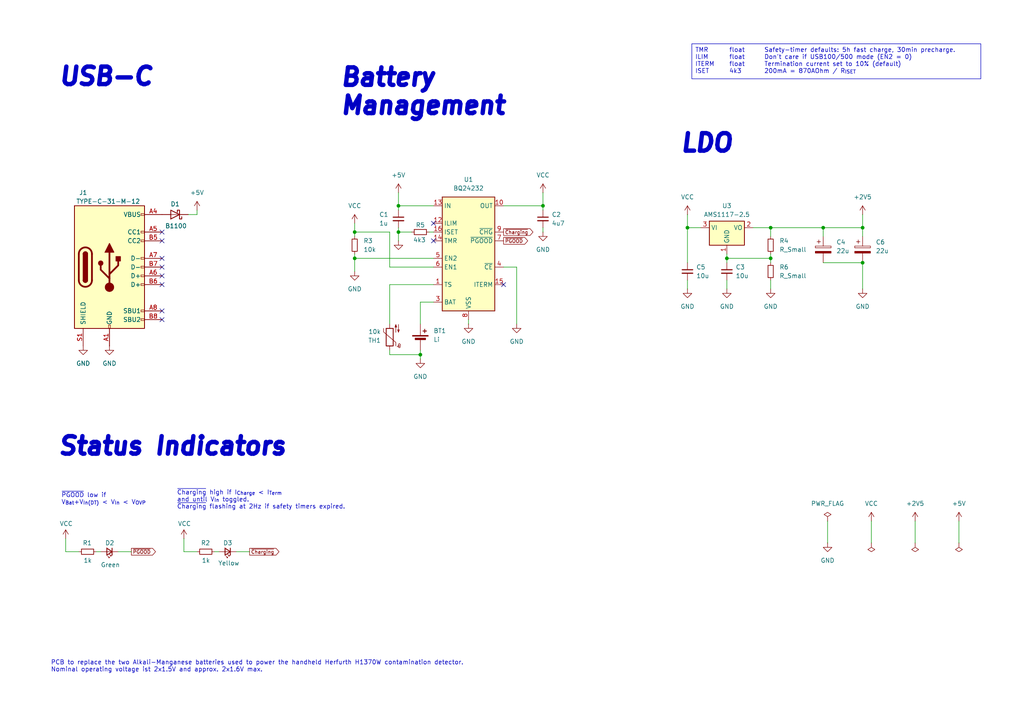
<source format=kicad_sch>
(kicad_sch
	(version 20231120)
	(generator "eeschema")
	(generator_version "8.0")
	(uuid "17d17826-c42d-41af-827f-edce7bcae354")
	(paper "A4")
	(lib_symbols
		(symbol "Connector:USB_C_Receptacle_USB2.0"
			(pin_names
				(offset 1.016)
			)
			(exclude_from_sim no)
			(in_bom yes)
			(on_board yes)
			(property "Reference" "J"
				(at -10.16 19.05 0)
				(effects
					(font
						(size 1.27 1.27)
					)
					(justify left)
				)
			)
			(property "Value" "USB_C_Receptacle_USB2.0"
				(at 19.05 19.05 0)
				(effects
					(font
						(size 1.27 1.27)
					)
					(justify right)
				)
			)
			(property "Footprint" ""
				(at 3.81 0 0)
				(effects
					(font
						(size 1.27 1.27)
					)
					(hide yes)
				)
			)
			(property "Datasheet" "https://www.usb.org/sites/default/files/documents/usb_type-c.zip"
				(at 3.81 0 0)
				(effects
					(font
						(size 1.27 1.27)
					)
					(hide yes)
				)
			)
			(property "Description" "USB 2.0-only Type-C Receptacle connector"
				(at 0 0 0)
				(effects
					(font
						(size 1.27 1.27)
					)
					(hide yes)
				)
			)
			(property "ki_keywords" "usb universal serial bus type-C USB2.0"
				(at 0 0 0)
				(effects
					(font
						(size 1.27 1.27)
					)
					(hide yes)
				)
			)
			(property "ki_fp_filters" "USB*C*Receptacle*"
				(at 0 0 0)
				(effects
					(font
						(size 1.27 1.27)
					)
					(hide yes)
				)
			)
			(symbol "USB_C_Receptacle_USB2.0_0_0"
				(rectangle
					(start -0.254 -17.78)
					(end 0.254 -16.764)
					(stroke
						(width 0)
						(type default)
					)
					(fill
						(type none)
					)
				)
				(rectangle
					(start 10.16 -14.986)
					(end 9.144 -15.494)
					(stroke
						(width 0)
						(type default)
					)
					(fill
						(type none)
					)
				)
				(rectangle
					(start 10.16 -12.446)
					(end 9.144 -12.954)
					(stroke
						(width 0)
						(type default)
					)
					(fill
						(type none)
					)
				)
				(rectangle
					(start 10.16 -4.826)
					(end 9.144 -5.334)
					(stroke
						(width 0)
						(type default)
					)
					(fill
						(type none)
					)
				)
				(rectangle
					(start 10.16 -2.286)
					(end 9.144 -2.794)
					(stroke
						(width 0)
						(type default)
					)
					(fill
						(type none)
					)
				)
				(rectangle
					(start 10.16 0.254)
					(end 9.144 -0.254)
					(stroke
						(width 0)
						(type default)
					)
					(fill
						(type none)
					)
				)
				(rectangle
					(start 10.16 2.794)
					(end 9.144 2.286)
					(stroke
						(width 0)
						(type default)
					)
					(fill
						(type none)
					)
				)
				(rectangle
					(start 10.16 7.874)
					(end 9.144 7.366)
					(stroke
						(width 0)
						(type default)
					)
					(fill
						(type none)
					)
				)
				(rectangle
					(start 10.16 10.414)
					(end 9.144 9.906)
					(stroke
						(width 0)
						(type default)
					)
					(fill
						(type none)
					)
				)
				(rectangle
					(start 10.16 15.494)
					(end 9.144 14.986)
					(stroke
						(width 0)
						(type default)
					)
					(fill
						(type none)
					)
				)
			)
			(symbol "USB_C_Receptacle_USB2.0_0_1"
				(rectangle
					(start -10.16 17.78)
					(end 10.16 -17.78)
					(stroke
						(width 0.254)
						(type default)
					)
					(fill
						(type background)
					)
				)
				(arc
					(start -8.89 -3.81)
					(mid -6.985 -5.7067)
					(end -5.08 -3.81)
					(stroke
						(width 0.508)
						(type default)
					)
					(fill
						(type none)
					)
				)
				(arc
					(start -7.62 -3.81)
					(mid -6.985 -4.4423)
					(end -6.35 -3.81)
					(stroke
						(width 0.254)
						(type default)
					)
					(fill
						(type none)
					)
				)
				(arc
					(start -7.62 -3.81)
					(mid -6.985 -4.4423)
					(end -6.35 -3.81)
					(stroke
						(width 0.254)
						(type default)
					)
					(fill
						(type outline)
					)
				)
				(rectangle
					(start -7.62 -3.81)
					(end -6.35 3.81)
					(stroke
						(width 0.254)
						(type default)
					)
					(fill
						(type outline)
					)
				)
				(arc
					(start -6.35 3.81)
					(mid -6.985 4.4423)
					(end -7.62 3.81)
					(stroke
						(width 0.254)
						(type default)
					)
					(fill
						(type none)
					)
				)
				(arc
					(start -6.35 3.81)
					(mid -6.985 4.4423)
					(end -7.62 3.81)
					(stroke
						(width 0.254)
						(type default)
					)
					(fill
						(type outline)
					)
				)
				(arc
					(start -5.08 3.81)
					(mid -6.985 5.7067)
					(end -8.89 3.81)
					(stroke
						(width 0.508)
						(type default)
					)
					(fill
						(type none)
					)
				)
				(circle
					(center -2.54 1.143)
					(radius 0.635)
					(stroke
						(width 0.254)
						(type default)
					)
					(fill
						(type outline)
					)
				)
				(circle
					(center 0 -5.842)
					(radius 1.27)
					(stroke
						(width 0)
						(type default)
					)
					(fill
						(type outline)
					)
				)
				(polyline
					(pts
						(xy -8.89 -3.81) (xy -8.89 3.81)
					)
					(stroke
						(width 0.508)
						(type default)
					)
					(fill
						(type none)
					)
				)
				(polyline
					(pts
						(xy -5.08 3.81) (xy -5.08 -3.81)
					)
					(stroke
						(width 0.508)
						(type default)
					)
					(fill
						(type none)
					)
				)
				(polyline
					(pts
						(xy 0 -5.842) (xy 0 4.318)
					)
					(stroke
						(width 0.508)
						(type default)
					)
					(fill
						(type none)
					)
				)
				(polyline
					(pts
						(xy 0 -3.302) (xy -2.54 -0.762) (xy -2.54 0.508)
					)
					(stroke
						(width 0.508)
						(type default)
					)
					(fill
						(type none)
					)
				)
				(polyline
					(pts
						(xy 0 -2.032) (xy 2.54 0.508) (xy 2.54 1.778)
					)
					(stroke
						(width 0.508)
						(type default)
					)
					(fill
						(type none)
					)
				)
				(polyline
					(pts
						(xy -1.27 4.318) (xy 0 6.858) (xy 1.27 4.318) (xy -1.27 4.318)
					)
					(stroke
						(width 0.254)
						(type default)
					)
					(fill
						(type outline)
					)
				)
				(rectangle
					(start 1.905 1.778)
					(end 3.175 3.048)
					(stroke
						(width 0.254)
						(type default)
					)
					(fill
						(type outline)
					)
				)
			)
			(symbol "USB_C_Receptacle_USB2.0_1_1"
				(pin passive line
					(at 0 -22.86 90)
					(length 5.08)
					(name "GND"
						(effects
							(font
								(size 1.27 1.27)
							)
						)
					)
					(number "A1"
						(effects
							(font
								(size 1.27 1.27)
							)
						)
					)
				)
				(pin passive line
					(at 0 -22.86 90)
					(length 5.08) hide
					(name "GND"
						(effects
							(font
								(size 1.27 1.27)
							)
						)
					)
					(number "A12"
						(effects
							(font
								(size 1.27 1.27)
							)
						)
					)
				)
				(pin passive line
					(at 15.24 15.24 180)
					(length 5.08)
					(name "VBUS"
						(effects
							(font
								(size 1.27 1.27)
							)
						)
					)
					(number "A4"
						(effects
							(font
								(size 1.27 1.27)
							)
						)
					)
				)
				(pin bidirectional line
					(at 15.24 10.16 180)
					(length 5.08)
					(name "CC1"
						(effects
							(font
								(size 1.27 1.27)
							)
						)
					)
					(number "A5"
						(effects
							(font
								(size 1.27 1.27)
							)
						)
					)
				)
				(pin bidirectional line
					(at 15.24 -2.54 180)
					(length 5.08)
					(name "D+"
						(effects
							(font
								(size 1.27 1.27)
							)
						)
					)
					(number "A6"
						(effects
							(font
								(size 1.27 1.27)
							)
						)
					)
				)
				(pin bidirectional line
					(at 15.24 2.54 180)
					(length 5.08)
					(name "D-"
						(effects
							(font
								(size 1.27 1.27)
							)
						)
					)
					(number "A7"
						(effects
							(font
								(size 1.27 1.27)
							)
						)
					)
				)
				(pin bidirectional line
					(at 15.24 -12.7 180)
					(length 5.08)
					(name "SBU1"
						(effects
							(font
								(size 1.27 1.27)
							)
						)
					)
					(number "A8"
						(effects
							(font
								(size 1.27 1.27)
							)
						)
					)
				)
				(pin passive line
					(at 15.24 15.24 180)
					(length 5.08) hide
					(name "VBUS"
						(effects
							(font
								(size 1.27 1.27)
							)
						)
					)
					(number "A9"
						(effects
							(font
								(size 1.27 1.27)
							)
						)
					)
				)
				(pin passive line
					(at 0 -22.86 90)
					(length 5.08) hide
					(name "GND"
						(effects
							(font
								(size 1.27 1.27)
							)
						)
					)
					(number "B1"
						(effects
							(font
								(size 1.27 1.27)
							)
						)
					)
				)
				(pin passive line
					(at 0 -22.86 90)
					(length 5.08) hide
					(name "GND"
						(effects
							(font
								(size 1.27 1.27)
							)
						)
					)
					(number "B12"
						(effects
							(font
								(size 1.27 1.27)
							)
						)
					)
				)
				(pin passive line
					(at 15.24 15.24 180)
					(length 5.08) hide
					(name "VBUS"
						(effects
							(font
								(size 1.27 1.27)
							)
						)
					)
					(number "B4"
						(effects
							(font
								(size 1.27 1.27)
							)
						)
					)
				)
				(pin bidirectional line
					(at 15.24 7.62 180)
					(length 5.08)
					(name "CC2"
						(effects
							(font
								(size 1.27 1.27)
							)
						)
					)
					(number "B5"
						(effects
							(font
								(size 1.27 1.27)
							)
						)
					)
				)
				(pin bidirectional line
					(at 15.24 -5.08 180)
					(length 5.08)
					(name "D+"
						(effects
							(font
								(size 1.27 1.27)
							)
						)
					)
					(number "B6"
						(effects
							(font
								(size 1.27 1.27)
							)
						)
					)
				)
				(pin bidirectional line
					(at 15.24 0 180)
					(length 5.08)
					(name "D-"
						(effects
							(font
								(size 1.27 1.27)
							)
						)
					)
					(number "B7"
						(effects
							(font
								(size 1.27 1.27)
							)
						)
					)
				)
				(pin bidirectional line
					(at 15.24 -15.24 180)
					(length 5.08)
					(name "SBU2"
						(effects
							(font
								(size 1.27 1.27)
							)
						)
					)
					(number "B8"
						(effects
							(font
								(size 1.27 1.27)
							)
						)
					)
				)
				(pin passive line
					(at 15.24 15.24 180)
					(length 5.08) hide
					(name "VBUS"
						(effects
							(font
								(size 1.27 1.27)
							)
						)
					)
					(number "B9"
						(effects
							(font
								(size 1.27 1.27)
							)
						)
					)
				)
				(pin passive line
					(at -7.62 -22.86 90)
					(length 5.08)
					(name "SHIELD"
						(effects
							(font
								(size 1.27 1.27)
							)
						)
					)
					(number "S1"
						(effects
							(font
								(size 1.27 1.27)
							)
						)
					)
				)
			)
		)
		(symbol "Device:Battery_Cell"
			(pin_numbers hide)
			(pin_names
				(offset 0) hide)
			(exclude_from_sim no)
			(in_bom yes)
			(on_board yes)
			(property "Reference" "BT"
				(at 2.54 2.54 0)
				(effects
					(font
						(size 1.27 1.27)
					)
					(justify left)
				)
			)
			(property "Value" "Battery_Cell"
				(at 2.54 0 0)
				(effects
					(font
						(size 1.27 1.27)
					)
					(justify left)
				)
			)
			(property "Footprint" ""
				(at 0 1.524 90)
				(effects
					(font
						(size 1.27 1.27)
					)
					(hide yes)
				)
			)
			(property "Datasheet" "~"
				(at 0 1.524 90)
				(effects
					(font
						(size 1.27 1.27)
					)
					(hide yes)
				)
			)
			(property "Description" "Single-cell battery"
				(at 0 0 0)
				(effects
					(font
						(size 1.27 1.27)
					)
					(hide yes)
				)
			)
			(property "ki_keywords" "battery cell"
				(at 0 0 0)
				(effects
					(font
						(size 1.27 1.27)
					)
					(hide yes)
				)
			)
			(symbol "Battery_Cell_0_1"
				(rectangle
					(start -2.286 1.778)
					(end 2.286 1.524)
					(stroke
						(width 0)
						(type default)
					)
					(fill
						(type outline)
					)
				)
				(rectangle
					(start -1.524 1.016)
					(end 1.524 0.508)
					(stroke
						(width 0)
						(type default)
					)
					(fill
						(type outline)
					)
				)
				(polyline
					(pts
						(xy 0 0.762) (xy 0 0)
					)
					(stroke
						(width 0)
						(type default)
					)
					(fill
						(type none)
					)
				)
				(polyline
					(pts
						(xy 0 1.778) (xy 0 2.54)
					)
					(stroke
						(width 0)
						(type default)
					)
					(fill
						(type none)
					)
				)
				(polyline
					(pts
						(xy 0.762 3.048) (xy 1.778 3.048)
					)
					(stroke
						(width 0.254)
						(type default)
					)
					(fill
						(type none)
					)
				)
				(polyline
					(pts
						(xy 1.27 3.556) (xy 1.27 2.54)
					)
					(stroke
						(width 0.254)
						(type default)
					)
					(fill
						(type none)
					)
				)
			)
			(symbol "Battery_Cell_1_1"
				(pin passive line
					(at 0 5.08 270)
					(length 2.54)
					(name "+"
						(effects
							(font
								(size 1.27 1.27)
							)
						)
					)
					(number "1"
						(effects
							(font
								(size 1.27 1.27)
							)
						)
					)
				)
				(pin passive line
					(at 0 -2.54 90)
					(length 2.54)
					(name "-"
						(effects
							(font
								(size 1.27 1.27)
							)
						)
					)
					(number "2"
						(effects
							(font
								(size 1.27 1.27)
							)
						)
					)
				)
			)
		)
		(symbol "Device:C_Polarized"
			(pin_numbers hide)
			(pin_names
				(offset 0.254)
			)
			(exclude_from_sim no)
			(in_bom yes)
			(on_board yes)
			(property "Reference" "C"
				(at 0.635 2.54 0)
				(effects
					(font
						(size 1.27 1.27)
					)
					(justify left)
				)
			)
			(property "Value" "C_Polarized"
				(at 0.635 -2.54 0)
				(effects
					(font
						(size 1.27 1.27)
					)
					(justify left)
				)
			)
			(property "Footprint" ""
				(at 0.9652 -3.81 0)
				(effects
					(font
						(size 1.27 1.27)
					)
					(hide yes)
				)
			)
			(property "Datasheet" "~"
				(at 0 0 0)
				(effects
					(font
						(size 1.27 1.27)
					)
					(hide yes)
				)
			)
			(property "Description" "Polarized capacitor"
				(at 0 0 0)
				(effects
					(font
						(size 1.27 1.27)
					)
					(hide yes)
				)
			)
			(property "ki_keywords" "cap capacitor"
				(at 0 0 0)
				(effects
					(font
						(size 1.27 1.27)
					)
					(hide yes)
				)
			)
			(property "ki_fp_filters" "CP_*"
				(at 0 0 0)
				(effects
					(font
						(size 1.27 1.27)
					)
					(hide yes)
				)
			)
			(symbol "C_Polarized_0_1"
				(rectangle
					(start -2.286 0.508)
					(end 2.286 1.016)
					(stroke
						(width 0)
						(type default)
					)
					(fill
						(type none)
					)
				)
				(polyline
					(pts
						(xy -1.778 2.286) (xy -0.762 2.286)
					)
					(stroke
						(width 0)
						(type default)
					)
					(fill
						(type none)
					)
				)
				(polyline
					(pts
						(xy -1.27 2.794) (xy -1.27 1.778)
					)
					(stroke
						(width 0)
						(type default)
					)
					(fill
						(type none)
					)
				)
				(rectangle
					(start 2.286 -0.508)
					(end -2.286 -1.016)
					(stroke
						(width 0)
						(type default)
					)
					(fill
						(type outline)
					)
				)
			)
			(symbol "C_Polarized_1_1"
				(pin passive line
					(at 0 3.81 270)
					(length 2.794)
					(name "~"
						(effects
							(font
								(size 1.27 1.27)
							)
						)
					)
					(number "1"
						(effects
							(font
								(size 1.27 1.27)
							)
						)
					)
				)
				(pin passive line
					(at 0 -3.81 90)
					(length 2.794)
					(name "~"
						(effects
							(font
								(size 1.27 1.27)
							)
						)
					)
					(number "2"
						(effects
							(font
								(size 1.27 1.27)
							)
						)
					)
				)
			)
		)
		(symbol "Device:C_Small"
			(pin_numbers hide)
			(pin_names
				(offset 0.254) hide)
			(exclude_from_sim no)
			(in_bom yes)
			(on_board yes)
			(property "Reference" "C"
				(at 0.254 1.778 0)
				(effects
					(font
						(size 1.27 1.27)
					)
					(justify left)
				)
			)
			(property "Value" "C_Small"
				(at 0.254 -2.032 0)
				(effects
					(font
						(size 1.27 1.27)
					)
					(justify left)
				)
			)
			(property "Footprint" ""
				(at 0 0 0)
				(effects
					(font
						(size 1.27 1.27)
					)
					(hide yes)
				)
			)
			(property "Datasheet" "~"
				(at 0 0 0)
				(effects
					(font
						(size 1.27 1.27)
					)
					(hide yes)
				)
			)
			(property "Description" "Unpolarized capacitor, small symbol"
				(at 0 0 0)
				(effects
					(font
						(size 1.27 1.27)
					)
					(hide yes)
				)
			)
			(property "ki_keywords" "capacitor cap"
				(at 0 0 0)
				(effects
					(font
						(size 1.27 1.27)
					)
					(hide yes)
				)
			)
			(property "ki_fp_filters" "C_*"
				(at 0 0 0)
				(effects
					(font
						(size 1.27 1.27)
					)
					(hide yes)
				)
			)
			(symbol "C_Small_0_1"
				(polyline
					(pts
						(xy -1.524 -0.508) (xy 1.524 -0.508)
					)
					(stroke
						(width 0.3302)
						(type default)
					)
					(fill
						(type none)
					)
				)
				(polyline
					(pts
						(xy -1.524 0.508) (xy 1.524 0.508)
					)
					(stroke
						(width 0.3048)
						(type default)
					)
					(fill
						(type none)
					)
				)
			)
			(symbol "C_Small_1_1"
				(pin passive line
					(at 0 2.54 270)
					(length 2.032)
					(name "~"
						(effects
							(font
								(size 1.27 1.27)
							)
						)
					)
					(number "1"
						(effects
							(font
								(size 1.27 1.27)
							)
						)
					)
				)
				(pin passive line
					(at 0 -2.54 90)
					(length 2.032)
					(name "~"
						(effects
							(font
								(size 1.27 1.27)
							)
						)
					)
					(number "2"
						(effects
							(font
								(size 1.27 1.27)
							)
						)
					)
				)
			)
		)
		(symbol "Device:D_Schottky"
			(pin_numbers hide)
			(pin_names
				(offset 1.016) hide)
			(exclude_from_sim no)
			(in_bom yes)
			(on_board yes)
			(property "Reference" "D"
				(at 0 2.54 0)
				(effects
					(font
						(size 1.27 1.27)
					)
				)
			)
			(property "Value" "D_Schottky"
				(at 0 -2.54 0)
				(effects
					(font
						(size 1.27 1.27)
					)
				)
			)
			(property "Footprint" ""
				(at 0 0 0)
				(effects
					(font
						(size 1.27 1.27)
					)
					(hide yes)
				)
			)
			(property "Datasheet" "~"
				(at 0 0 0)
				(effects
					(font
						(size 1.27 1.27)
					)
					(hide yes)
				)
			)
			(property "Description" "Schottky diode"
				(at 0 0 0)
				(effects
					(font
						(size 1.27 1.27)
					)
					(hide yes)
				)
			)
			(property "ki_keywords" "diode Schottky"
				(at 0 0 0)
				(effects
					(font
						(size 1.27 1.27)
					)
					(hide yes)
				)
			)
			(property "ki_fp_filters" "TO-???* *_Diode_* *SingleDiode* D_*"
				(at 0 0 0)
				(effects
					(font
						(size 1.27 1.27)
					)
					(hide yes)
				)
			)
			(symbol "D_Schottky_0_1"
				(polyline
					(pts
						(xy 1.27 0) (xy -1.27 0)
					)
					(stroke
						(width 0)
						(type default)
					)
					(fill
						(type none)
					)
				)
				(polyline
					(pts
						(xy 1.27 1.27) (xy 1.27 -1.27) (xy -1.27 0) (xy 1.27 1.27)
					)
					(stroke
						(width 0.254)
						(type default)
					)
					(fill
						(type none)
					)
				)
				(polyline
					(pts
						(xy -1.905 0.635) (xy -1.905 1.27) (xy -1.27 1.27) (xy -1.27 -1.27) (xy -0.635 -1.27) (xy -0.635 -0.635)
					)
					(stroke
						(width 0.254)
						(type default)
					)
					(fill
						(type none)
					)
				)
			)
			(symbol "D_Schottky_1_1"
				(pin passive line
					(at -3.81 0 0)
					(length 2.54)
					(name "K"
						(effects
							(font
								(size 1.27 1.27)
							)
						)
					)
					(number "1"
						(effects
							(font
								(size 1.27 1.27)
							)
						)
					)
				)
				(pin passive line
					(at 3.81 0 180)
					(length 2.54)
					(name "A"
						(effects
							(font
								(size 1.27 1.27)
							)
						)
					)
					(number "2"
						(effects
							(font
								(size 1.27 1.27)
							)
						)
					)
				)
			)
		)
		(symbol "Device:LED_Small"
			(pin_numbers hide)
			(pin_names
				(offset 0.254) hide)
			(exclude_from_sim no)
			(in_bom yes)
			(on_board yes)
			(property "Reference" "D"
				(at -1.27 3.175 0)
				(effects
					(font
						(size 1.27 1.27)
					)
					(justify left)
				)
			)
			(property "Value" "LED_Small"
				(at -4.445 -2.54 0)
				(effects
					(font
						(size 1.27 1.27)
					)
					(justify left)
				)
			)
			(property "Footprint" ""
				(at 0 0 90)
				(effects
					(font
						(size 1.27 1.27)
					)
					(hide yes)
				)
			)
			(property "Datasheet" "~"
				(at 0 0 90)
				(effects
					(font
						(size 1.27 1.27)
					)
					(hide yes)
				)
			)
			(property "Description" "Light emitting diode, small symbol"
				(at 0 0 0)
				(effects
					(font
						(size 1.27 1.27)
					)
					(hide yes)
				)
			)
			(property "ki_keywords" "LED diode light-emitting-diode"
				(at 0 0 0)
				(effects
					(font
						(size 1.27 1.27)
					)
					(hide yes)
				)
			)
			(property "ki_fp_filters" "LED* LED_SMD:* LED_THT:*"
				(at 0 0 0)
				(effects
					(font
						(size 1.27 1.27)
					)
					(hide yes)
				)
			)
			(symbol "LED_Small_0_1"
				(polyline
					(pts
						(xy -0.762 -1.016) (xy -0.762 1.016)
					)
					(stroke
						(width 0.254)
						(type default)
					)
					(fill
						(type none)
					)
				)
				(polyline
					(pts
						(xy 1.016 0) (xy -0.762 0)
					)
					(stroke
						(width 0)
						(type default)
					)
					(fill
						(type none)
					)
				)
				(polyline
					(pts
						(xy 0.762 -1.016) (xy -0.762 0) (xy 0.762 1.016) (xy 0.762 -1.016)
					)
					(stroke
						(width 0.254)
						(type default)
					)
					(fill
						(type none)
					)
				)
				(polyline
					(pts
						(xy 0 0.762) (xy -0.508 1.27) (xy -0.254 1.27) (xy -0.508 1.27) (xy -0.508 1.016)
					)
					(stroke
						(width 0)
						(type default)
					)
					(fill
						(type none)
					)
				)
				(polyline
					(pts
						(xy 0.508 1.27) (xy 0 1.778) (xy 0.254 1.778) (xy 0 1.778) (xy 0 1.524)
					)
					(stroke
						(width 0)
						(type default)
					)
					(fill
						(type none)
					)
				)
			)
			(symbol "LED_Small_1_1"
				(pin passive line
					(at -2.54 0 0)
					(length 1.778)
					(name "K"
						(effects
							(font
								(size 1.27 1.27)
							)
						)
					)
					(number "1"
						(effects
							(font
								(size 1.27 1.27)
							)
						)
					)
				)
				(pin passive line
					(at 2.54 0 180)
					(length 1.778)
					(name "A"
						(effects
							(font
								(size 1.27 1.27)
							)
						)
					)
					(number "2"
						(effects
							(font
								(size 1.27 1.27)
							)
						)
					)
				)
			)
		)
		(symbol "Device:R_Small"
			(pin_numbers hide)
			(pin_names
				(offset 0.254) hide)
			(exclude_from_sim no)
			(in_bom yes)
			(on_board yes)
			(property "Reference" "R"
				(at 0.762 0.508 0)
				(effects
					(font
						(size 1.27 1.27)
					)
					(justify left)
				)
			)
			(property "Value" "R_Small"
				(at 0.762 -1.016 0)
				(effects
					(font
						(size 1.27 1.27)
					)
					(justify left)
				)
			)
			(property "Footprint" ""
				(at 0 0 0)
				(effects
					(font
						(size 1.27 1.27)
					)
					(hide yes)
				)
			)
			(property "Datasheet" "~"
				(at 0 0 0)
				(effects
					(font
						(size 1.27 1.27)
					)
					(hide yes)
				)
			)
			(property "Description" "Resistor, small symbol"
				(at 0 0 0)
				(effects
					(font
						(size 1.27 1.27)
					)
					(hide yes)
				)
			)
			(property "ki_keywords" "R resistor"
				(at 0 0 0)
				(effects
					(font
						(size 1.27 1.27)
					)
					(hide yes)
				)
			)
			(property "ki_fp_filters" "R_*"
				(at 0 0 0)
				(effects
					(font
						(size 1.27 1.27)
					)
					(hide yes)
				)
			)
			(symbol "R_Small_0_1"
				(rectangle
					(start -0.762 1.778)
					(end 0.762 -1.778)
					(stroke
						(width 0.2032)
						(type default)
					)
					(fill
						(type none)
					)
				)
			)
			(symbol "R_Small_1_1"
				(pin passive line
					(at 0 2.54 270)
					(length 0.762)
					(name "~"
						(effects
							(font
								(size 1.27 1.27)
							)
						)
					)
					(number "1"
						(effects
							(font
								(size 1.27 1.27)
							)
						)
					)
				)
				(pin passive line
					(at 0 -2.54 90)
					(length 0.762)
					(name "~"
						(effects
							(font
								(size 1.27 1.27)
							)
						)
					)
					(number "2"
						(effects
							(font
								(size 1.27 1.27)
							)
						)
					)
				)
			)
		)
		(symbol "Device:Thermistor_NTC"
			(pin_numbers hide)
			(pin_names
				(offset 0)
			)
			(exclude_from_sim no)
			(in_bom yes)
			(on_board yes)
			(property "Reference" "TH"
				(at -4.445 0 90)
				(effects
					(font
						(size 1.27 1.27)
					)
				)
			)
			(property "Value" "Thermistor_NTC"
				(at 3.175 0 90)
				(effects
					(font
						(size 1.27 1.27)
					)
				)
			)
			(property "Footprint" ""
				(at 0 1.27 0)
				(effects
					(font
						(size 1.27 1.27)
					)
					(hide yes)
				)
			)
			(property "Datasheet" "~"
				(at 0 1.27 0)
				(effects
					(font
						(size 1.27 1.27)
					)
					(hide yes)
				)
			)
			(property "Description" "Temperature dependent resistor, negative temperature coefficient"
				(at 0 0 0)
				(effects
					(font
						(size 1.27 1.27)
					)
					(hide yes)
				)
			)
			(property "ki_keywords" "thermistor NTC resistor sensor RTD"
				(at 0 0 0)
				(effects
					(font
						(size 1.27 1.27)
					)
					(hide yes)
				)
			)
			(property "ki_fp_filters" "*NTC* *Thermistor* PIN?ARRAY* bornier* *Terminal?Block* R_*"
				(at 0 0 0)
				(effects
					(font
						(size 1.27 1.27)
					)
					(hide yes)
				)
			)
			(symbol "Thermistor_NTC_0_1"
				(arc
					(start -3.048 2.159)
					(mid -3.0495 2.3143)
					(end -3.175 2.413)
					(stroke
						(width 0)
						(type default)
					)
					(fill
						(type none)
					)
				)
				(arc
					(start -3.048 2.159)
					(mid -2.9736 1.9794)
					(end -2.794 1.905)
					(stroke
						(width 0)
						(type default)
					)
					(fill
						(type none)
					)
				)
				(arc
					(start -3.048 2.794)
					(mid -2.9736 2.6144)
					(end -2.794 2.54)
					(stroke
						(width 0)
						(type default)
					)
					(fill
						(type none)
					)
				)
				(arc
					(start -2.794 1.905)
					(mid -2.6144 1.9794)
					(end -2.54 2.159)
					(stroke
						(width 0)
						(type default)
					)
					(fill
						(type none)
					)
				)
				(arc
					(start -2.794 2.54)
					(mid -2.4393 2.5587)
					(end -2.159 2.794)
					(stroke
						(width 0)
						(type default)
					)
					(fill
						(type none)
					)
				)
				(arc
					(start -2.794 3.048)
					(mid -2.9736 2.9736)
					(end -3.048 2.794)
					(stroke
						(width 0)
						(type default)
					)
					(fill
						(type none)
					)
				)
				(arc
					(start -2.54 2.794)
					(mid -2.6144 2.9736)
					(end -2.794 3.048)
					(stroke
						(width 0)
						(type default)
					)
					(fill
						(type none)
					)
				)
				(rectangle
					(start -1.016 2.54)
					(end 1.016 -2.54)
					(stroke
						(width 0.254)
						(type default)
					)
					(fill
						(type none)
					)
				)
				(polyline
					(pts
						(xy -2.54 2.159) (xy -2.54 2.794)
					)
					(stroke
						(width 0)
						(type default)
					)
					(fill
						(type none)
					)
				)
				(polyline
					(pts
						(xy -1.778 2.54) (xy -1.778 1.524) (xy 1.778 -1.524) (xy 1.778 -2.54)
					)
					(stroke
						(width 0)
						(type default)
					)
					(fill
						(type none)
					)
				)
				(polyline
					(pts
						(xy -2.54 -3.683) (xy -2.54 -1.397) (xy -2.794 -2.159) (xy -2.286 -2.159) (xy -2.54 -1.397) (xy -2.54 -1.651)
					)
					(stroke
						(width 0)
						(type default)
					)
					(fill
						(type outline)
					)
				)
				(polyline
					(pts
						(xy -1.778 -1.397) (xy -1.778 -3.683) (xy -2.032 -2.921) (xy -1.524 -2.921) (xy -1.778 -3.683)
						(xy -1.778 -3.429)
					)
					(stroke
						(width 0)
						(type default)
					)
					(fill
						(type outline)
					)
				)
			)
			(symbol "Thermistor_NTC_1_1"
				(pin passive line
					(at 0 3.81 270)
					(length 1.27)
					(name "~"
						(effects
							(font
								(size 1.27 1.27)
							)
						)
					)
					(number "1"
						(effects
							(font
								(size 1.27 1.27)
							)
						)
					)
				)
				(pin passive line
					(at 0 -3.81 90)
					(length 1.27)
					(name "~"
						(effects
							(font
								(size 1.27 1.27)
							)
						)
					)
					(number "2"
						(effects
							(font
								(size 1.27 1.27)
							)
						)
					)
				)
			)
		)
		(symbol "Regulator_Linear:AMS1117-2.5"
			(exclude_from_sim no)
			(in_bom yes)
			(on_board yes)
			(property "Reference" "U"
				(at -3.81 3.175 0)
				(effects
					(font
						(size 1.27 1.27)
					)
				)
			)
			(property "Value" "AMS1117-2.5"
				(at 0 3.175 0)
				(effects
					(font
						(size 1.27 1.27)
					)
					(justify left)
				)
			)
			(property "Footprint" "Package_TO_SOT_SMD:SOT-223-3_TabPin2"
				(at 0 5.08 0)
				(effects
					(font
						(size 1.27 1.27)
					)
					(hide yes)
				)
			)
			(property "Datasheet" "http://www.advanced-monolithic.com/pdf/ds1117.pdf"
				(at 2.54 -6.35 0)
				(effects
					(font
						(size 1.27 1.27)
					)
					(hide yes)
				)
			)
			(property "Description" "1A Low Dropout regulator, positive, 2.5V fixed output, SOT-223"
				(at 0 0 0)
				(effects
					(font
						(size 1.27 1.27)
					)
					(hide yes)
				)
			)
			(property "ki_keywords" "linear regulator ldo fixed positive"
				(at 0 0 0)
				(effects
					(font
						(size 1.27 1.27)
					)
					(hide yes)
				)
			)
			(property "ki_fp_filters" "SOT?223*TabPin2*"
				(at 0 0 0)
				(effects
					(font
						(size 1.27 1.27)
					)
					(hide yes)
				)
			)
			(symbol "AMS1117-2.5_0_1"
				(rectangle
					(start -5.08 -5.08)
					(end 5.08 1.905)
					(stroke
						(width 0.254)
						(type default)
					)
					(fill
						(type background)
					)
				)
			)
			(symbol "AMS1117-2.5_1_1"
				(pin power_in line
					(at 0 -7.62 90)
					(length 2.54)
					(name "GND"
						(effects
							(font
								(size 1.27 1.27)
							)
						)
					)
					(number "1"
						(effects
							(font
								(size 1.27 1.27)
							)
						)
					)
				)
				(pin power_out line
					(at 7.62 0 180)
					(length 2.54)
					(name "VO"
						(effects
							(font
								(size 1.27 1.27)
							)
						)
					)
					(number "2"
						(effects
							(font
								(size 1.27 1.27)
							)
						)
					)
				)
				(pin power_in line
					(at -7.62 0 0)
					(length 2.54)
					(name "VI"
						(effects
							(font
								(size 1.27 1.27)
							)
						)
					)
					(number "3"
						(effects
							(font
								(size 1.27 1.27)
							)
						)
					)
				)
			)
		)
		(symbol "minicont:BQ24232"
			(exclude_from_sim no)
			(in_bom yes)
			(on_board yes)
			(property "Reference" "U"
				(at -8.89 19.05 0)
				(effects
					(font
						(size 1.27 1.27)
					)
				)
			)
			(property "Value" "BQ24232"
				(at 5.08 19.05 0)
				(effects
					(font
						(size 1.27 1.27)
					)
				)
			)
			(property "Footprint" "Package_DFN_QFN:VQFN-16-1EP_3x3mm_P0.5mm_EP1.68x1.68mm_ThermalVias"
				(at 2.54 -32.385 0)
				(effects
					(font
						(size 1.27 1.27)
					)
					(hide yes)
				)
			)
			(property "Datasheet" "http://www.ti.com/cn/lit/ds/symlink/bq24230.pdf"
				(at -6.35 19.05 0)
				(effects
					(font
						(size 1.27 1.27)
					)
					(hide yes)
				)
			)
			(property "Description" "USB-Friendly Lithium-Ion Battery Charger And Power-Path Management IC, VQFN-16"
				(at 0 0 0)
				(effects
					(font
						(size 1.27 1.27)
					)
					(hide yes)
				)
			)
			(property "ki_keywords" "Lithium-ion battery charger"
				(at 0 0 0)
				(effects
					(font
						(size 1.27 1.27)
					)
					(hide yes)
				)
			)
			(property "ki_fp_filters" "VQFN*1EP*3x3mm*P0.5mm*"
				(at 0 0 0)
				(effects
					(font
						(size 1.27 1.27)
					)
					(hide yes)
				)
			)
			(symbol "BQ24232_0_1"
				(rectangle
					(start -7.62 17.78)
					(end 7.62 -15.24)
					(stroke
						(width 0.254)
						(type default)
					)
					(fill
						(type background)
					)
				)
			)
			(symbol "BQ24232_1_1"
				(pin passive line
					(at -10.16 -7.62 0)
					(length 2.54)
					(name "TS"
						(effects
							(font
								(size 1.27 1.27)
							)
						)
					)
					(number "1"
						(effects
							(font
								(size 1.27 1.27)
							)
						)
					)
				)
				(pin power_out line
					(at 10.16 15.24 180)
					(length 2.54)
					(name "OUT"
						(effects
							(font
								(size 1.27 1.27)
							)
						)
					)
					(number "10"
						(effects
							(font
								(size 1.27 1.27)
							)
						)
					)
				)
				(pin passive line
					(at 10.16 15.24 180)
					(length 2.54) hide
					(name "OUT"
						(effects
							(font
								(size 1.27 1.27)
							)
						)
					)
					(number "11"
						(effects
							(font
								(size 1.27 1.27)
							)
						)
					)
				)
				(pin passive line
					(at -10.16 10.16 0)
					(length 2.54)
					(name "ILIM"
						(effects
							(font
								(size 1.27 1.27)
							)
						)
					)
					(number "12"
						(effects
							(font
								(size 1.27 1.27)
							)
						)
					)
				)
				(pin power_in line
					(at -10.16 15.24 0)
					(length 2.54)
					(name "IN"
						(effects
							(font
								(size 1.27 1.27)
							)
						)
					)
					(number "13"
						(effects
							(font
								(size 1.27 1.27)
							)
						)
					)
				)
				(pin passive line
					(at -10.16 5.08 0)
					(length 2.54)
					(name "TMR"
						(effects
							(font
								(size 1.27 1.27)
							)
						)
					)
					(number "14"
						(effects
							(font
								(size 1.27 1.27)
							)
						)
					)
				)
				(pin input line
					(at 10.16 -7.62 180)
					(length 2.54)
					(name "ITERM"
						(effects
							(font
								(size 1.27 1.27)
							)
						)
					)
					(number "15"
						(effects
							(font
								(size 1.27 1.27)
							)
						)
					)
				)
				(pin passive line
					(at -10.16 7.62 0)
					(length 2.54)
					(name "ISET"
						(effects
							(font
								(size 1.27 1.27)
							)
						)
					)
					(number "16"
						(effects
							(font
								(size 1.27 1.27)
							)
						)
					)
				)
				(pin passive line
					(at 0 -17.78 90)
					(length 2.54) hide
					(name "VSS"
						(effects
							(font
								(size 1.27 1.27)
							)
						)
					)
					(number "17"
						(effects
							(font
								(size 1.27 1.27)
							)
						)
					)
				)
				(pin bidirectional line
					(at -10.16 -12.7 0)
					(length 2.54) hide
					(name "BAT"
						(effects
							(font
								(size 1.27 1.27)
							)
						)
					)
					(number "2"
						(effects
							(font
								(size 1.27 1.27)
							)
						)
					)
				)
				(pin bidirectional line
					(at -10.16 -12.7 0)
					(length 2.54)
					(name "BAT"
						(effects
							(font
								(size 1.27 1.27)
							)
						)
					)
					(number "3"
						(effects
							(font
								(size 1.27 1.27)
							)
						)
					)
				)
				(pin input line
					(at 10.16 -2.54 180)
					(length 2.54)
					(name "~{CE}"
						(effects
							(font
								(size 1.27 1.27)
							)
						)
					)
					(number "4"
						(effects
							(font
								(size 1.27 1.27)
							)
						)
					)
				)
				(pin input line
					(at -10.16 0 0)
					(length 2.54)
					(name "EN2"
						(effects
							(font
								(size 1.27 1.27)
							)
						)
					)
					(number "5"
						(effects
							(font
								(size 1.27 1.27)
							)
						)
					)
				)
				(pin input line
					(at -10.16 -2.54 0)
					(length 2.54)
					(name "EN1"
						(effects
							(font
								(size 1.27 1.27)
							)
						)
					)
					(number "6"
						(effects
							(font
								(size 1.27 1.27)
							)
						)
					)
				)
				(pin open_collector line
					(at 10.16 5.08 180)
					(length 2.54)
					(name "~{PGOOD}"
						(effects
							(font
								(size 1.27 1.27)
							)
						)
					)
					(number "7"
						(effects
							(font
								(size 1.27 1.27)
							)
						)
					)
				)
				(pin power_in line
					(at 0 -17.78 90)
					(length 2.54)
					(name "VSS"
						(effects
							(font
								(size 1.27 1.27)
							)
						)
					)
					(number "8"
						(effects
							(font
								(size 1.27 1.27)
							)
						)
					)
				)
				(pin open_collector line
					(at 10.16 7.62 180)
					(length 2.54)
					(name "~{CHG}"
						(effects
							(font
								(size 1.27 1.27)
							)
						)
					)
					(number "9"
						(effects
							(font
								(size 1.27 1.27)
							)
						)
					)
				)
			)
		)
		(symbol "power:+2V5"
			(power)
			(pin_numbers hide)
			(pin_names
				(offset 0) hide)
			(exclude_from_sim no)
			(in_bom yes)
			(on_board yes)
			(property "Reference" "#PWR"
				(at 0 -3.81 0)
				(effects
					(font
						(size 1.27 1.27)
					)
					(hide yes)
				)
			)
			(property "Value" "+2V5"
				(at 0 3.556 0)
				(effects
					(font
						(size 1.27 1.27)
					)
				)
			)
			(property "Footprint" ""
				(at 0 0 0)
				(effects
					(font
						(size 1.27 1.27)
					)
					(hide yes)
				)
			)
			(property "Datasheet" ""
				(at 0 0 0)
				(effects
					(font
						(size 1.27 1.27)
					)
					(hide yes)
				)
			)
			(property "Description" "Power symbol creates a global label with name \"+2V5\""
				(at 0 0 0)
				(effects
					(font
						(size 1.27 1.27)
					)
					(hide yes)
				)
			)
			(property "ki_keywords" "global power"
				(at 0 0 0)
				(effects
					(font
						(size 1.27 1.27)
					)
					(hide yes)
				)
			)
			(symbol "+2V5_0_1"
				(polyline
					(pts
						(xy -0.762 1.27) (xy 0 2.54)
					)
					(stroke
						(width 0)
						(type default)
					)
					(fill
						(type none)
					)
				)
				(polyline
					(pts
						(xy 0 0) (xy 0 2.54)
					)
					(stroke
						(width 0)
						(type default)
					)
					(fill
						(type none)
					)
				)
				(polyline
					(pts
						(xy 0 2.54) (xy 0.762 1.27)
					)
					(stroke
						(width 0)
						(type default)
					)
					(fill
						(type none)
					)
				)
			)
			(symbol "+2V5_1_1"
				(pin power_in line
					(at 0 0 90)
					(length 0)
					(name "~"
						(effects
							(font
								(size 1.27 1.27)
							)
						)
					)
					(number "1"
						(effects
							(font
								(size 1.27 1.27)
							)
						)
					)
				)
			)
		)
		(symbol "power:+5V"
			(power)
			(pin_names
				(offset 0)
			)
			(exclude_from_sim no)
			(in_bom yes)
			(on_board yes)
			(property "Reference" "#PWR"
				(at 0 -3.81 0)
				(effects
					(font
						(size 1.27 1.27)
					)
					(hide yes)
				)
			)
			(property "Value" "+5V"
				(at 0 3.556 0)
				(effects
					(font
						(size 1.27 1.27)
					)
				)
			)
			(property "Footprint" ""
				(at 0 0 0)
				(effects
					(font
						(size 1.27 1.27)
					)
					(hide yes)
				)
			)
			(property "Datasheet" ""
				(at 0 0 0)
				(effects
					(font
						(size 1.27 1.27)
					)
					(hide yes)
				)
			)
			(property "Description" "Power symbol creates a global label with name \"+5V\""
				(at 0 0 0)
				(effects
					(font
						(size 1.27 1.27)
					)
					(hide yes)
				)
			)
			(property "ki_keywords" "global power"
				(at 0 0 0)
				(effects
					(font
						(size 1.27 1.27)
					)
					(hide yes)
				)
			)
			(symbol "+5V_0_1"
				(polyline
					(pts
						(xy -0.762 1.27) (xy 0 2.54)
					)
					(stroke
						(width 0)
						(type default)
					)
					(fill
						(type none)
					)
				)
				(polyline
					(pts
						(xy 0 0) (xy 0 2.54)
					)
					(stroke
						(width 0)
						(type default)
					)
					(fill
						(type none)
					)
				)
				(polyline
					(pts
						(xy 0 2.54) (xy 0.762 1.27)
					)
					(stroke
						(width 0)
						(type default)
					)
					(fill
						(type none)
					)
				)
			)
			(symbol "+5V_1_1"
				(pin power_in line
					(at 0 0 90)
					(length 0) hide
					(name "+5V"
						(effects
							(font
								(size 1.27 1.27)
							)
						)
					)
					(number "1"
						(effects
							(font
								(size 1.27 1.27)
							)
						)
					)
				)
			)
		)
		(symbol "power:GND"
			(power)
			(pin_numbers hide)
			(pin_names
				(offset 0) hide)
			(exclude_from_sim no)
			(in_bom yes)
			(on_board yes)
			(property "Reference" "#PWR"
				(at 0 -6.35 0)
				(effects
					(font
						(size 1.27 1.27)
					)
					(hide yes)
				)
			)
			(property "Value" "GND"
				(at 0 -3.81 0)
				(effects
					(font
						(size 1.27 1.27)
					)
				)
			)
			(property "Footprint" ""
				(at 0 0 0)
				(effects
					(font
						(size 1.27 1.27)
					)
					(hide yes)
				)
			)
			(property "Datasheet" ""
				(at 0 0 0)
				(effects
					(font
						(size 1.27 1.27)
					)
					(hide yes)
				)
			)
			(property "Description" "Power symbol creates a global label with name \"GND\" , ground"
				(at 0 0 0)
				(effects
					(font
						(size 1.27 1.27)
					)
					(hide yes)
				)
			)
			(property "ki_keywords" "global power"
				(at 0 0 0)
				(effects
					(font
						(size 1.27 1.27)
					)
					(hide yes)
				)
			)
			(symbol "GND_0_1"
				(polyline
					(pts
						(xy 0 0) (xy 0 -1.27) (xy 1.27 -1.27) (xy 0 -2.54) (xy -1.27 -1.27) (xy 0 -1.27)
					)
					(stroke
						(width 0)
						(type default)
					)
					(fill
						(type none)
					)
				)
			)
			(symbol "GND_1_1"
				(pin power_in line
					(at 0 0 270)
					(length 0)
					(name "~"
						(effects
							(font
								(size 1.27 1.27)
							)
						)
					)
					(number "1"
						(effects
							(font
								(size 1.27 1.27)
							)
						)
					)
				)
			)
		)
		(symbol "power:PWR_FLAG"
			(power)
			(pin_numbers hide)
			(pin_names
				(offset 0) hide)
			(exclude_from_sim no)
			(in_bom yes)
			(on_board yes)
			(property "Reference" "#FLG"
				(at 0 1.905 0)
				(effects
					(font
						(size 1.27 1.27)
					)
					(hide yes)
				)
			)
			(property "Value" "PWR_FLAG"
				(at 0 3.81 0)
				(effects
					(font
						(size 1.27 1.27)
					)
				)
			)
			(property "Footprint" ""
				(at 0 0 0)
				(effects
					(font
						(size 1.27 1.27)
					)
					(hide yes)
				)
			)
			(property "Datasheet" "~"
				(at 0 0 0)
				(effects
					(font
						(size 1.27 1.27)
					)
					(hide yes)
				)
			)
			(property "Description" "Special symbol for telling ERC where power comes from"
				(at 0 0 0)
				(effects
					(font
						(size 1.27 1.27)
					)
					(hide yes)
				)
			)
			(property "ki_keywords" "flag power"
				(at 0 0 0)
				(effects
					(font
						(size 1.27 1.27)
					)
					(hide yes)
				)
			)
			(symbol "PWR_FLAG_0_0"
				(pin power_out line
					(at 0 0 90)
					(length 0)
					(name "~"
						(effects
							(font
								(size 1.27 1.27)
							)
						)
					)
					(number "1"
						(effects
							(font
								(size 1.27 1.27)
							)
						)
					)
				)
			)
			(symbol "PWR_FLAG_0_1"
				(polyline
					(pts
						(xy 0 0) (xy 0 1.27) (xy -1.016 1.905) (xy 0 2.54) (xy 1.016 1.905) (xy 0 1.27)
					)
					(stroke
						(width 0)
						(type default)
					)
					(fill
						(type none)
					)
				)
			)
		)
		(symbol "power:VCC"
			(power)
			(pin_numbers hide)
			(pin_names
				(offset 0) hide)
			(exclude_from_sim no)
			(in_bom yes)
			(on_board yes)
			(property "Reference" "#PWR"
				(at 0 -3.81 0)
				(effects
					(font
						(size 1.27 1.27)
					)
					(hide yes)
				)
			)
			(property "Value" "VCC"
				(at 0 3.556 0)
				(effects
					(font
						(size 1.27 1.27)
					)
				)
			)
			(property "Footprint" ""
				(at 0 0 0)
				(effects
					(font
						(size 1.27 1.27)
					)
					(hide yes)
				)
			)
			(property "Datasheet" ""
				(at 0 0 0)
				(effects
					(font
						(size 1.27 1.27)
					)
					(hide yes)
				)
			)
			(property "Description" "Power symbol creates a global label with name \"VCC\""
				(at 0 0 0)
				(effects
					(font
						(size 1.27 1.27)
					)
					(hide yes)
				)
			)
			(property "ki_keywords" "global power"
				(at 0 0 0)
				(effects
					(font
						(size 1.27 1.27)
					)
					(hide yes)
				)
			)
			(symbol "VCC_0_1"
				(polyline
					(pts
						(xy -0.762 1.27) (xy 0 2.54)
					)
					(stroke
						(width 0)
						(type default)
					)
					(fill
						(type none)
					)
				)
				(polyline
					(pts
						(xy 0 0) (xy 0 2.54)
					)
					(stroke
						(width 0)
						(type default)
					)
					(fill
						(type none)
					)
				)
				(polyline
					(pts
						(xy 0 2.54) (xy 0.762 1.27)
					)
					(stroke
						(width 0)
						(type default)
					)
					(fill
						(type none)
					)
				)
			)
			(symbol "VCC_1_1"
				(pin power_in line
					(at 0 0 90)
					(length 0)
					(name "~"
						(effects
							(font
								(size 1.27 1.27)
							)
						)
					)
					(number "1"
						(effects
							(font
								(size 1.27 1.27)
							)
						)
					)
				)
			)
		)
	)
	(junction
		(at 250.19 76.2)
		(diameter 0)
		(color 0 0 0 0)
		(uuid "04f71aba-8f2e-43cd-8b98-0762fd280812")
	)
	(junction
		(at 210.82 74.93)
		(diameter 0)
		(color 0 0 0 0)
		(uuid "0d86396b-1c61-41bb-9aed-70dae718e22e")
	)
	(junction
		(at 102.87 74.93)
		(diameter 0)
		(color 0 0 0 0)
		(uuid "50df80f4-ec06-4fed-8454-b7fd9494c699")
	)
	(junction
		(at 250.19 66.04)
		(diameter 0)
		(color 0 0 0 0)
		(uuid "69c62851-79de-4dea-a21a-2207fcb0c35e")
	)
	(junction
		(at 121.92 102.87)
		(diameter 0)
		(color 0 0 0 0)
		(uuid "760629d3-6ff2-4267-9040-cb57aaff1733")
	)
	(junction
		(at 157.48 59.69)
		(diameter 0)
		(color 0 0 0 0)
		(uuid "c2fa30cf-3d22-4f6a-a427-133b18c13cb2")
	)
	(junction
		(at 223.52 66.04)
		(diameter 0)
		(color 0 0 0 0)
		(uuid "c321f4de-8d4e-4aa3-9b46-0ba1fe3ab9a9")
	)
	(junction
		(at 102.87 67.31)
		(diameter 0)
		(color 0 0 0 0)
		(uuid "d8ec9c84-a1b5-49ec-894a-1acdf218c33f")
	)
	(junction
		(at 115.57 67.31)
		(diameter 0)
		(color 0 0 0 0)
		(uuid "dbf2708d-21fd-4e1c-bb90-0579b24abf35")
	)
	(junction
		(at 199.39 66.04)
		(diameter 0)
		(color 0 0 0 0)
		(uuid "dc596c1f-12d4-4c08-bcc4-d219e65aa709")
	)
	(junction
		(at 223.52 74.93)
		(diameter 0)
		(color 0 0 0 0)
		(uuid "f026eaf8-311a-48a1-89f3-f6aca749cb1f")
	)
	(junction
		(at 115.57 59.69)
		(diameter 0)
		(color 0 0 0 0)
		(uuid "f7c34809-cc0c-422e-a36d-adc6c698ff99")
	)
	(junction
		(at 238.76 66.04)
		(diameter 0)
		(color 0 0 0 0)
		(uuid "f906277b-d655-48e1-aeca-81c18724e105")
	)
	(no_connect
		(at 46.99 80.01)
		(uuid "0713bbaa-60d3-4274-a6bd-231ad46633bc")
	)
	(no_connect
		(at 46.99 74.93)
		(uuid "4c5a777b-f681-4112-a291-24c5317a4a63")
	)
	(no_connect
		(at 46.99 77.47)
		(uuid "6b8d901d-4e77-4d6a-9c98-09ccfac37fbd")
	)
	(no_connect
		(at 46.99 92.71)
		(uuid "80f02001-3460-480b-a34d-44119476c076")
	)
	(no_connect
		(at 46.99 69.85)
		(uuid "83f0b58e-c339-449c-9fce-e031842744e1")
	)
	(no_connect
		(at 146.05 82.55)
		(uuid "944df739-d546-42d6-9c80-0d6b7ca634e7")
	)
	(no_connect
		(at 125.73 64.77)
		(uuid "af162c07-ee78-4fc9-bcfe-798b1b5c7675")
	)
	(no_connect
		(at 46.99 67.31)
		(uuid "af2ed754-e254-40fc-8214-ff55b70b9f55")
	)
	(no_connect
		(at 46.99 82.55)
		(uuid "dea8b45f-2d1c-4419-b9f2-63db1cf6bc93")
	)
	(no_connect
		(at 46.99 90.17)
		(uuid "e92ab53d-40d3-44fb-b774-b6bdfe54532d")
	)
	(no_connect
		(at 125.73 69.85)
		(uuid "fc934442-94e0-45ac-a8eb-e8aa6fbf1f5b")
	)
	(wire
		(pts
			(xy 54.61 62.23) (xy 57.15 62.23)
		)
		(stroke
			(width 0)
			(type default)
		)
		(uuid "011b864f-def3-43df-b104-9e6b75d4fb0d")
	)
	(wire
		(pts
			(xy 102.87 64.77) (xy 102.87 67.31)
		)
		(stroke
			(width 0)
			(type default)
		)
		(uuid "0ae2a055-a6a5-4aa3-89f4-245c24b27227")
	)
	(wire
		(pts
			(xy 223.52 66.04) (xy 223.52 68.58)
		)
		(stroke
			(width 0)
			(type default)
		)
		(uuid "0e0c3b21-cc49-4362-8c2e-028efc67ac9e")
	)
	(wire
		(pts
			(xy 62.23 160.02) (xy 63.5 160.02)
		)
		(stroke
			(width 0)
			(type default)
		)
		(uuid "0f2ef8bb-48a3-49cf-af35-853214da35f9")
	)
	(wire
		(pts
			(xy 115.57 59.69) (xy 115.57 60.96)
		)
		(stroke
			(width 0)
			(type default)
		)
		(uuid "17c19478-3d8b-454c-ac87-6d97a88e6294")
	)
	(wire
		(pts
			(xy 113.03 82.55) (xy 113.03 93.98)
		)
		(stroke
			(width 0)
			(type default)
		)
		(uuid "20f2b8b4-a1b6-4b74-84ad-e83f50a1cda3")
	)
	(wire
		(pts
			(xy 27.94 160.02) (xy 29.21 160.02)
		)
		(stroke
			(width 0)
			(type default)
		)
		(uuid "246dd778-940a-4a9d-902a-eaa062c98df3")
	)
	(wire
		(pts
			(xy 121.92 87.63) (xy 125.73 87.63)
		)
		(stroke
			(width 0)
			(type default)
		)
		(uuid "293131e0-2721-45ef-ad68-069f8cb9db9a")
	)
	(wire
		(pts
			(xy 238.76 66.04) (xy 238.76 68.58)
		)
		(stroke
			(width 0)
			(type default)
		)
		(uuid "2cd729e5-20f0-4bbb-8e0c-df23b754fd28")
	)
	(wire
		(pts
			(xy 115.57 55.88) (xy 115.57 59.69)
		)
		(stroke
			(width 0)
			(type default)
		)
		(uuid "2d52ac84-f106-4d06-9670-ad12fd2ba7aa")
	)
	(wire
		(pts
			(xy 57.15 60.96) (xy 57.15 62.23)
		)
		(stroke
			(width 0)
			(type default)
		)
		(uuid "2efbbd65-d599-4d99-90ec-6e91e5fe36c5")
	)
	(wire
		(pts
			(xy 240.03 151.13) (xy 240.03 157.48)
		)
		(stroke
			(width 0)
			(type default)
		)
		(uuid "31f0e6a8-c61e-45dc-8f01-43a09d1f6211")
	)
	(wire
		(pts
			(xy 68.58 160.02) (xy 72.39 160.02)
		)
		(stroke
			(width 0)
			(type default)
		)
		(uuid "3be5ac46-e3c9-490e-ac98-1b7eb9c02651")
	)
	(wire
		(pts
			(xy 199.39 62.23) (xy 199.39 66.04)
		)
		(stroke
			(width 0)
			(type default)
		)
		(uuid "417dc76e-0c04-46f8-891d-1347857eb713")
	)
	(wire
		(pts
			(xy 102.87 74.93) (xy 102.87 78.74)
		)
		(stroke
			(width 0)
			(type default)
		)
		(uuid "45e7a66e-943b-4433-9fe2-53d027f52a85")
	)
	(wire
		(pts
			(xy 199.39 66.04) (xy 203.2 66.04)
		)
		(stroke
			(width 0)
			(type default)
		)
		(uuid "4c4ee679-65f4-47ce-8d67-388c4c57a374")
	)
	(wire
		(pts
			(xy 223.52 81.28) (xy 223.52 83.82)
		)
		(stroke
			(width 0)
			(type default)
		)
		(uuid "4de70e79-cbb4-4871-ad87-10303951d65a")
	)
	(wire
		(pts
			(xy 157.48 59.69) (xy 157.48 60.96)
		)
		(stroke
			(width 0)
			(type default)
		)
		(uuid "58e8a148-15b9-4fab-9f4f-bcfe2d4399a7")
	)
	(wire
		(pts
			(xy 199.39 66.04) (xy 199.39 76.2)
		)
		(stroke
			(width 0)
			(type default)
		)
		(uuid "5cedcea8-d187-498e-8f9c-33aa3667a94c")
	)
	(wire
		(pts
			(xy 53.34 156.21) (xy 53.34 160.02)
		)
		(stroke
			(width 0)
			(type default)
		)
		(uuid "5ef4fc41-5a38-49e5-adfa-972669dd5501")
	)
	(wire
		(pts
			(xy 121.92 93.98) (xy 121.92 87.63)
		)
		(stroke
			(width 0)
			(type default)
		)
		(uuid "61f06be3-7e71-487e-9929-c9c594abf282")
	)
	(wire
		(pts
			(xy 53.34 160.02) (xy 57.15 160.02)
		)
		(stroke
			(width 0)
			(type default)
		)
		(uuid "626e2075-6d3a-4fee-94ae-65f3f00ee029")
	)
	(wire
		(pts
			(xy 265.43 151.13) (xy 265.43 157.48)
		)
		(stroke
			(width 0)
			(type default)
		)
		(uuid "673733f1-70b1-4126-adc0-64465fb5e207")
	)
	(wire
		(pts
			(xy 223.52 66.04) (xy 238.76 66.04)
		)
		(stroke
			(width 0)
			(type default)
		)
		(uuid "6c63da64-cb0c-4658-adfa-b4530d00b1b6")
	)
	(wire
		(pts
			(xy 19.05 160.02) (xy 22.86 160.02)
		)
		(stroke
			(width 0)
			(type default)
		)
		(uuid "6cda8eff-7ba3-4ebb-83ef-2a9cbea6c00c")
	)
	(wire
		(pts
			(xy 124.46 67.31) (xy 125.73 67.31)
		)
		(stroke
			(width 0)
			(type default)
		)
		(uuid "6fe67e1d-9de6-43c5-bb1c-73974aa6aecd")
	)
	(wire
		(pts
			(xy 115.57 66.04) (xy 115.57 67.31)
		)
		(stroke
			(width 0)
			(type default)
		)
		(uuid "8db30884-7fb4-40e7-a341-ae9133e649c4")
	)
	(wire
		(pts
			(xy 113.03 67.31) (xy 102.87 67.31)
		)
		(stroke
			(width 0)
			(type default)
		)
		(uuid "907723dc-4d96-4f34-90fc-d42718bfba9f")
	)
	(wire
		(pts
			(xy 115.57 59.69) (xy 125.73 59.69)
		)
		(stroke
			(width 0)
			(type default)
		)
		(uuid "9133a9a8-0ad4-43f1-856a-3f34ca19d1f0")
	)
	(wire
		(pts
			(xy 113.03 102.87) (xy 121.92 102.87)
		)
		(stroke
			(width 0)
			(type default)
		)
		(uuid "93194d51-dfc1-4eae-9eac-2874cb694c5d")
	)
	(wire
		(pts
			(xy 278.13 151.13) (xy 278.13 157.48)
		)
		(stroke
			(width 0)
			(type default)
		)
		(uuid "978e539e-71fe-46c0-b7bf-a9ad97014abd")
	)
	(wire
		(pts
			(xy 125.73 82.55) (xy 113.03 82.55)
		)
		(stroke
			(width 0)
			(type default)
		)
		(uuid "ac720416-5ca8-4a4d-8618-dd5e5a184fce")
	)
	(wire
		(pts
			(xy 121.92 101.6) (xy 121.92 102.87)
		)
		(stroke
			(width 0)
			(type default)
		)
		(uuid "aced8f48-82ca-4721-b054-d99d50177679")
	)
	(wire
		(pts
			(xy 210.82 81.28) (xy 210.82 83.82)
		)
		(stroke
			(width 0)
			(type default)
		)
		(uuid "b0cf86bc-2b6d-4cfd-a093-5deaf87a239d")
	)
	(wire
		(pts
			(xy 34.29 160.02) (xy 38.1 160.02)
		)
		(stroke
			(width 0)
			(type default)
		)
		(uuid "b0fdbc87-24d6-45e4-9a75-00451c2747a3")
	)
	(wire
		(pts
			(xy 113.03 101.6) (xy 113.03 102.87)
		)
		(stroke
			(width 0)
			(type default)
		)
		(uuid "b1e35f81-0cb7-44ef-8fee-f8cbe9ecbcac")
	)
	(wire
		(pts
			(xy 157.48 66.04) (xy 157.48 67.31)
		)
		(stroke
			(width 0)
			(type default)
		)
		(uuid "b329353f-fdb5-4a8e-a035-e33441378c58")
	)
	(wire
		(pts
			(xy 102.87 73.66) (xy 102.87 74.93)
		)
		(stroke
			(width 0)
			(type default)
		)
		(uuid "b41388ae-e6a3-4b39-b233-ab524cee1315")
	)
	(wire
		(pts
			(xy 210.82 74.93) (xy 210.82 76.2)
		)
		(stroke
			(width 0)
			(type default)
		)
		(uuid "b6dc18eb-d036-4ba9-8910-e9337d628d54")
	)
	(wire
		(pts
			(xy 223.52 74.93) (xy 223.52 76.2)
		)
		(stroke
			(width 0)
			(type default)
		)
		(uuid "b7cf7eb4-ddfb-4adb-a053-324280ccdf12")
	)
	(wire
		(pts
			(xy 210.82 74.93) (xy 223.52 74.93)
		)
		(stroke
			(width 0)
			(type default)
		)
		(uuid "b7da29ad-f90e-45a2-9dfd-2837c9b250c2")
	)
	(wire
		(pts
			(xy 250.19 62.23) (xy 250.19 66.04)
		)
		(stroke
			(width 0)
			(type default)
		)
		(uuid "c197b0cc-12c6-4a2a-998f-ce7f7f09caff")
	)
	(wire
		(pts
			(xy 250.19 66.04) (xy 250.19 68.58)
		)
		(stroke
			(width 0)
			(type default)
		)
		(uuid "c1ff887e-862a-416c-b047-1188f1ded121")
	)
	(wire
		(pts
			(xy 125.73 77.47) (xy 113.03 77.47)
		)
		(stroke
			(width 0)
			(type default)
		)
		(uuid "c35982d0-dcdf-4e28-8b03-4df7f44fee0b")
	)
	(wire
		(pts
			(xy 238.76 66.04) (xy 250.19 66.04)
		)
		(stroke
			(width 0)
			(type default)
		)
		(uuid "c3667229-95d9-427d-8ffa-13718e7d9723")
	)
	(wire
		(pts
			(xy 250.19 76.2) (xy 238.76 76.2)
		)
		(stroke
			(width 0)
			(type default)
		)
		(uuid "c3dc5a73-343b-410a-b507-d7f7d9b7e080")
	)
	(wire
		(pts
			(xy 121.92 102.87) (xy 121.92 104.14)
		)
		(stroke
			(width 0)
			(type default)
		)
		(uuid "ca6f33ed-401b-4c0a-be95-3ed3515fda13")
	)
	(wire
		(pts
			(xy 102.87 74.93) (xy 125.73 74.93)
		)
		(stroke
			(width 0)
			(type default)
		)
		(uuid "cabecdea-19ce-4dd4-ad74-f831bddb561f")
	)
	(wire
		(pts
			(xy 149.86 77.47) (xy 149.86 93.98)
		)
		(stroke
			(width 0)
			(type default)
		)
		(uuid "d14f9059-d0d4-42f0-9257-25130bda19cf")
	)
	(wire
		(pts
			(xy 102.87 67.31) (xy 102.87 68.58)
		)
		(stroke
			(width 0)
			(type default)
		)
		(uuid "d1d00543-f3ee-4eb1-bcfc-f7389ed73dad")
	)
	(wire
		(pts
			(xy 199.39 81.28) (xy 199.39 83.82)
		)
		(stroke
			(width 0)
			(type default)
		)
		(uuid "d225b34e-9993-4fa6-bfd0-74f58abc8173")
	)
	(wire
		(pts
			(xy 146.05 59.69) (xy 157.48 59.69)
		)
		(stroke
			(width 0)
			(type default)
		)
		(uuid "d2d64bf2-e5a4-4f2e-8187-7c4fc0626218")
	)
	(wire
		(pts
			(xy 250.19 76.2) (xy 250.19 83.82)
		)
		(stroke
			(width 0)
			(type default)
		)
		(uuid "dafddaf2-a3d8-4cba-8652-b6ab17ba6e4d")
	)
	(wire
		(pts
			(xy 115.57 67.31) (xy 119.38 67.31)
		)
		(stroke
			(width 0)
			(type default)
		)
		(uuid "e5ffa4b7-02ee-4e2b-a382-87922a8b0620")
	)
	(wire
		(pts
			(xy 149.86 77.47) (xy 146.05 77.47)
		)
		(stroke
			(width 0)
			(type default)
		)
		(uuid "e9030617-9566-45db-81b9-80f9e873c5f8")
	)
	(wire
		(pts
			(xy 157.48 55.88) (xy 157.48 59.69)
		)
		(stroke
			(width 0)
			(type default)
		)
		(uuid "eadd6405-d4de-4155-b4af-57360da1a216")
	)
	(wire
		(pts
			(xy 115.57 69.85) (xy 115.57 67.31)
		)
		(stroke
			(width 0)
			(type default)
		)
		(uuid "eb0a62d1-54c4-4417-a85b-f86ee2b21244")
	)
	(wire
		(pts
			(xy 113.03 77.47) (xy 113.03 67.31)
		)
		(stroke
			(width 0)
			(type default)
		)
		(uuid "eb0aed97-f6c2-4322-8771-4fff1a44941d")
	)
	(wire
		(pts
			(xy 135.89 92.71) (xy 135.89 93.98)
		)
		(stroke
			(width 0)
			(type default)
		)
		(uuid "ebc0da5c-0852-4479-b7bc-3ab8f47dd0b0")
	)
	(wire
		(pts
			(xy 223.52 73.66) (xy 223.52 74.93)
		)
		(stroke
			(width 0)
			(type default)
		)
		(uuid "ec29f654-7ed9-4b94-9816-d6ad2559418c")
	)
	(wire
		(pts
			(xy 19.05 156.21) (xy 19.05 160.02)
		)
		(stroke
			(width 0)
			(type default)
		)
		(uuid "f4163126-8799-4f4b-98bd-57c1581d6358")
	)
	(wire
		(pts
			(xy 210.82 73.66) (xy 210.82 74.93)
		)
		(stroke
			(width 0)
			(type default)
		)
		(uuid "f603178a-f345-4046-a738-09af8fad1b08")
	)
	(wire
		(pts
			(xy 252.73 151.13) (xy 252.73 157.48)
		)
		(stroke
			(width 0)
			(type default)
		)
		(uuid "f7247f70-fca6-44cc-bc57-a8e0511f632e")
	)
	(wire
		(pts
			(xy 218.44 66.04) (xy 223.52 66.04)
		)
		(stroke
			(width 0)
			(type default)
		)
		(uuid "fe2347bc-c3d9-490a-b7a0-7dfa3a5928cc")
	)
	(text_box "TMR		float	Safety-timer defaults: 5h fast charge, 30min precharge.\nILIM	float	Don't care if USB100/500 mode (EN2 = 0)\nITERM	float	Termination current set to 10% (default)\nISET	4k3		200mA = 870AOhm / R_{ISET}"
		(exclude_from_sim no)
		(at 200.66 12.7 0)
		(size 83.82 10.16)
		(stroke
			(width 0)
			(type default)
		)
		(fill
			(type none)
		)
		(effects
			(font
				(size 1.27 1.27)
			)
			(justify left top)
		)
		(uuid "cae8ca1d-8c89-47c3-a40b-99476108b5fb")
	)
	(text "~{Charging} high if I_{Charge} < I_{Term}\nand until V_{In} toggled.\n~{Charging} flashing at 2Hz if safety timers expired."
		(exclude_from_sim no)
		(at 51.308 145.034 0)
		(effects
			(font
				(size 1.27 1.27)
			)
			(justify left)
		)
		(uuid "1b561cff-1b48-4950-a40f-bf65dd5e3ada")
	)
	(text "LDO"
		(exclude_from_sim no)
		(at 204.978 41.656 0)
		(effects
			(font
				(size 5.08 5.08)
				(thickness 1.27)
				(bold yes)
				(italic yes)
			)
		)
		(uuid "2a04532e-9b4a-40dd-8612-6f236be2f4d5")
	)
	(text "Status Indicators"
		(exclude_from_sim no)
		(at 50.038 129.54 0)
		(effects
			(font
				(size 5.08 5.08)
				(thickness 1.27)
				(bold yes)
				(italic yes)
			)
		)
		(uuid "4305fb6a-bbe0-41a5-abad-8ec90138f518")
	)
	(text "Battery\nManagement"
		(exclude_from_sim no)
		(at 98.298 26.67 0)
		(effects
			(font
				(size 5.08 5.08)
				(thickness 1.27)
				(bold yes)
				(italic yes)
			)
			(justify left)
		)
		(uuid "46de8444-a1de-4626-a9fc-d2a760ec67b3")
	)
	(text "USB-C"
		(exclude_from_sim no)
		(at 30.734 22.352 0)
		(effects
			(font
				(size 5.08 5.08)
				(thickness 1.27)
				(bold yes)
				(italic yes)
			)
		)
		(uuid "5cb1bf16-3db7-48f7-a570-fd1e65151f50")
	)
	(text "~{PGOOD} low if\nV_{Bat}+V_{In(DT)} < V_{In} < V_{OVP}"
		(exclude_from_sim no)
		(at 17.78 144.78 0)
		(effects
			(font
				(size 1.27 1.27)
			)
			(justify left)
		)
		(uuid "70b1ae81-6f46-46c6-af32-ce373fd2a1cd")
	)
	(text "PCB to replace the two Alkali-Manganese batteries used to power the handheld Herfurth H1370W contamination detector.\nNominal operating voltage ist 2x1.5V and approx. 2x1.6V max."
		(exclude_from_sim yes)
		(at 14.732 193.294 0)
		(effects
			(font
				(size 1.27 1.27)
			)
			(justify left)
		)
		(uuid "e1b173e8-5805-4b50-9aa6-0a81657afb5f")
	)
	(global_label "~{Charging}"
		(shape output)
		(at 72.39 160.02 0)
		(fields_autoplaced yes)
		(effects
			(font
				(size 1 1)
			)
			(justify left)
		)
		(uuid "304ea827-26d4-4423-8695-b4e636be58b3")
		(property "Intersheetrefs" "${INTERSHEET_REFS}"
			(at 81.3595 160.02 0)
			(effects
				(font
					(size 1.27 1.27)
				)
				(justify left)
				(hide yes)
			)
		)
	)
	(global_label "~{PGOOD}"
		(shape output)
		(at 146.05 69.85 0)
		(fields_autoplaced yes)
		(effects
			(font
				(size 1 1)
			)
			(justify left)
		)
		(uuid "35cdf194-3d5e-4dba-815f-0c2e5291bc8e")
		(property "Intersheetrefs" "${INTERSHEET_REFS}"
			(at 153.4955 69.85 0)
			(effects
				(font
					(size 1.27 1.27)
				)
				(justify left)
				(hide yes)
			)
		)
	)
	(global_label "~{Charging}"
		(shape output)
		(at 146.05 67.31 0)
		(fields_autoplaced yes)
		(effects
			(font
				(size 1 1)
			)
			(justify left)
		)
		(uuid "53ed0234-66ff-4130-a2a8-1941d7268181")
		(property "Intersheetrefs" "${INTERSHEET_REFS}"
			(at 155.0195 67.31 0)
			(effects
				(font
					(size 1.27 1.27)
				)
				(justify left)
				(hide yes)
			)
		)
	)
	(global_label "~{PGOOD}"
		(shape output)
		(at 38.1 160.02 0)
		(fields_autoplaced yes)
		(effects
			(font
				(size 1 1)
			)
			(justify left)
		)
		(uuid "9469b3c6-3c90-4424-92dc-72bf732e707f")
		(property "Intersheetrefs" "${INTERSHEET_REFS}"
			(at 45.5455 160.02 0)
			(effects
				(font
					(size 1.27 1.27)
				)
				(justify left)
				(hide yes)
			)
		)
	)
	(symbol
		(lib_id "power:GND")
		(at 240.03 157.48 0)
		(unit 1)
		(exclude_from_sim no)
		(in_bom yes)
		(on_board yes)
		(dnp no)
		(fields_autoplaced yes)
		(uuid "04c84e76-2ff2-4e4b-a80e-a2bccfebfdbb")
		(property "Reference" "#PWR015"
			(at 240.03 163.83 0)
			(effects
				(font
					(size 1.27 1.27)
				)
				(hide yes)
			)
		)
		(property "Value" "GND"
			(at 240.03 162.56 0)
			(effects
				(font
					(size 1.27 1.27)
				)
			)
		)
		(property "Footprint" ""
			(at 240.03 157.48 0)
			(effects
				(font
					(size 1.27 1.27)
				)
				(hide yes)
			)
		)
		(property "Datasheet" ""
			(at 240.03 157.48 0)
			(effects
				(font
					(size 1.27 1.27)
				)
				(hide yes)
			)
		)
		(property "Description" "Power symbol creates a global label with name \"GND\" , ground"
			(at 240.03 157.48 0)
			(effects
				(font
					(size 1.27 1.27)
				)
				(hide yes)
			)
		)
		(pin "1"
			(uuid "7ccc7f5a-2901-450b-9b3f-4c027957030b")
		)
		(instances
			(project "Herfurth-MinicontH1370W_BatUpgrade"
				(path "/17d17826-c42d-41af-827f-edce7bcae354"
					(reference "#PWR015")
					(unit 1)
				)
			)
		)
	)
	(symbol
		(lib_id "power:GND")
		(at 199.39 83.82 0)
		(unit 1)
		(exclude_from_sim no)
		(in_bom yes)
		(on_board yes)
		(dnp no)
		(fields_autoplaced yes)
		(uuid "077e707b-b133-412d-a35b-6bb840688896")
		(property "Reference" "#PWR023"
			(at 199.39 90.17 0)
			(effects
				(font
					(size 1.27 1.27)
				)
				(hide yes)
			)
		)
		(property "Value" "GND"
			(at 199.39 88.9 0)
			(effects
				(font
					(size 1.27 1.27)
				)
			)
		)
		(property "Footprint" ""
			(at 199.39 83.82 0)
			(effects
				(font
					(size 1.27 1.27)
				)
				(hide yes)
			)
		)
		(property "Datasheet" ""
			(at 199.39 83.82 0)
			(effects
				(font
					(size 1.27 1.27)
				)
				(hide yes)
			)
		)
		(property "Description" "Power symbol creates a global label with name \"GND\" , ground"
			(at 199.39 83.82 0)
			(effects
				(font
					(size 1.27 1.27)
				)
				(hide yes)
			)
		)
		(pin "1"
			(uuid "78864bbf-06cc-4f93-be3e-1163fa7d72a9")
		)
		(instances
			(project "Herfurth-MinicontH1370W_BatUpgrade"
				(path "/17d17826-c42d-41af-827f-edce7bcae354"
					(reference "#PWR023")
					(unit 1)
				)
			)
		)
	)
	(symbol
		(lib_id "Regulator_Linear:AMS1117-2.5")
		(at 210.82 66.04 0)
		(unit 1)
		(exclude_from_sim no)
		(in_bom yes)
		(on_board yes)
		(dnp no)
		(fields_autoplaced yes)
		(uuid "0d6083b1-8ee6-44c5-ad6c-dccc0618ea24")
		(property "Reference" "U3"
			(at 210.82 59.69 0)
			(effects
				(font
					(size 1.27 1.27)
				)
			)
		)
		(property "Value" "AMS1117-2.5"
			(at 210.82 62.23 0)
			(effects
				(font
					(size 1.27 1.27)
				)
			)
		)
		(property "Footprint" "Package_TO_SOT_SMD:SOT-223-3_TabPin2"
			(at 210.82 60.96 0)
			(effects
				(font
					(size 1.27 1.27)
				)
				(hide yes)
			)
		)
		(property "Datasheet" "http://www.advanced-monolithic.com/pdf/ds1117.pdf"
			(at 213.36 72.39 0)
			(effects
				(font
					(size 1.27 1.27)
				)
				(hide yes)
			)
		)
		(property "Description" "1A Low Dropout regulator, positive, 2.5V fixed output, SOT-223"
			(at 210.82 66.04 0)
			(effects
				(font
					(size 1.27 1.27)
				)
				(hide yes)
			)
		)
		(pin "1"
			(uuid "3aabed40-b1a3-42b0-af90-82ab84df6698")
		)
		(pin "3"
			(uuid "943c5dd0-b7cd-4662-b01c-0c0486a21be0")
		)
		(pin "2"
			(uuid "42977b92-012b-456b-9f6f-2d8ff406fa6d")
		)
		(instances
			(project "Herfurth-MinicontH1370W_BatUpgrade"
				(path "/17d17826-c42d-41af-827f-edce7bcae354"
					(reference "U3")
					(unit 1)
				)
			)
		)
	)
	(symbol
		(lib_id "Connector:USB_C_Receptacle_USB2.0")
		(at 31.75 77.47 0)
		(unit 1)
		(exclude_from_sim no)
		(in_bom yes)
		(on_board yes)
		(dnp no)
		(uuid "10408282-1323-48c0-ac05-63487f320e5c")
		(property "Reference" "J1"
			(at 24.13 55.88 0)
			(effects
				(font
					(size 1.27 1.27)
				)
			)
		)
		(property "Value" "TYPE-C-31-M-12"
			(at 40.64 58.42 0)
			(effects
				(font
					(size 1.27 1.27)
				)
				(justify right)
			)
		)
		(property "Footprint" "Connector_USB:USB_C_Receptacle_HRO_TYPE-C-31-M-12"
			(at 35.56 77.47 0)
			(effects
				(font
					(size 1.27 1.27)
				)
				(hide yes)
			)
		)
		(property "Datasheet" "https://www.usb.org/sites/default/files/documents/usb_type-c.zip"
			(at 35.56 77.47 0)
			(effects
				(font
					(size 1.27 1.27)
				)
				(hide yes)
			)
		)
		(property "Description" ""
			(at 31.75 77.47 0)
			(effects
				(font
					(size 1.27 1.27)
				)
				(hide yes)
			)
		)
		(property "LCSC Part #" "C165948"
			(at 31.75 77.47 0)
			(effects
				(font
					(size 1.27 1.27)
				)
				(hide yes)
			)
		)
		(property "digikey#" "USB4105-GF-A"
			(at 31.75 77.47 0)
			(effects
				(font
					(size 1.27 1.27)
				)
				(hide yes)
			)
		)
		(pin "A1"
			(uuid "65a5dd96-9b4b-48ac-b3db-f569bcfe2e29")
		)
		(pin "A12"
			(uuid "3667c83a-0f33-4b70-a29e-c9c3e1ce97d0")
		)
		(pin "A4"
			(uuid "590357b7-137d-4c65-9914-f397ff01c20e")
		)
		(pin "A5"
			(uuid "c5d6c247-4b2b-4646-970b-95b777e22ccb")
		)
		(pin "A6"
			(uuid "9c73f9a4-1611-4424-992b-c464b3c9de9d")
		)
		(pin "A7"
			(uuid "78f276ff-3831-4afe-9a8f-1590dddfc009")
		)
		(pin "A8"
			(uuid "7c4ce27b-1ae9-4c3c-87fc-28f2becbfafe")
		)
		(pin "A9"
			(uuid "eb1cc52e-9213-48f4-a46c-6a045850d724")
		)
		(pin "B1"
			(uuid "5efcd8f9-f1ce-41d5-8aed-2b542b56cfcd")
		)
		(pin "B12"
			(uuid "e6dac3d5-e2df-4dfb-8b7d-7ed8c2dc54cf")
		)
		(pin "B4"
			(uuid "dc3caea2-98c7-4285-8a63-a8babd4e0a36")
		)
		(pin "B5"
			(uuid "89e51356-fdaa-4bcd-a5af-bd2f34933a18")
		)
		(pin "B6"
			(uuid "a16bd2c1-65bc-449f-8ecb-361dd34dbb20")
		)
		(pin "B7"
			(uuid "4ad0578c-5ac2-4f9b-bccc-e3d446473561")
		)
		(pin "B8"
			(uuid "c93241e3-b310-4772-85da-efe9e32dd392")
		)
		(pin "B9"
			(uuid "2a5f9500-fd06-44a0-bf91-6adf50cd3f58")
		)
		(pin "S1"
			(uuid "8942fa43-0691-4e66-bbc8-58354ac591b7")
		)
		(instances
			(project "Herfurth-MinicontH1370W_BatUpgrade"
				(path "/17d17826-c42d-41af-827f-edce7bcae354"
					(reference "J1")
					(unit 1)
				)
			)
		)
	)
	(symbol
		(lib_id "power:+5V")
		(at 57.15 60.96 0)
		(unit 1)
		(exclude_from_sim no)
		(in_bom yes)
		(on_board yes)
		(dnp no)
		(fields_autoplaced yes)
		(uuid "1a7cddef-73ec-4e62-8746-a32a0de405ef")
		(property "Reference" "#PWR07"
			(at 57.15 64.77 0)
			(effects
				(font
					(size 1.27 1.27)
				)
				(hide yes)
			)
		)
		(property "Value" "+5V"
			(at 57.15 55.88 0)
			(effects
				(font
					(size 1.27 1.27)
				)
			)
		)
		(property "Footprint" ""
			(at 57.15 60.96 0)
			(effects
				(font
					(size 1.27 1.27)
				)
				(hide yes)
			)
		)
		(property "Datasheet" ""
			(at 57.15 60.96 0)
			(effects
				(font
					(size 1.27 1.27)
				)
				(hide yes)
			)
		)
		(property "Description" ""
			(at 57.15 60.96 0)
			(effects
				(font
					(size 1.27 1.27)
				)
				(hide yes)
			)
		)
		(pin "1"
			(uuid "7bb80d7f-9ed0-41f9-b7c1-14b8f3d13656")
		)
		(instances
			(project "Herfurth-MinicontH1370W_BatUpgrade"
				(path "/17d17826-c42d-41af-827f-edce7bcae354"
					(reference "#PWR07")
					(unit 1)
				)
			)
		)
	)
	(symbol
		(lib_id "power:GND")
		(at 31.75 100.33 0)
		(unit 1)
		(exclude_from_sim no)
		(in_bom yes)
		(on_board yes)
		(dnp no)
		(fields_autoplaced yes)
		(uuid "251521d9-e723-479d-b6d2-f38b7b66a53d")
		(property "Reference" "#PWR06"
			(at 31.75 106.68 0)
			(effects
				(font
					(size 1.27 1.27)
				)
				(hide yes)
			)
		)
		(property "Value" "GND"
			(at 31.75 105.41 0)
			(effects
				(font
					(size 1.27 1.27)
				)
			)
		)
		(property "Footprint" ""
			(at 31.75 100.33 0)
			(effects
				(font
					(size 1.27 1.27)
				)
				(hide yes)
			)
		)
		(property "Datasheet" ""
			(at 31.75 100.33 0)
			(effects
				(font
					(size 1.27 1.27)
				)
				(hide yes)
			)
		)
		(property "Description" ""
			(at 31.75 100.33 0)
			(effects
				(font
					(size 1.27 1.27)
				)
				(hide yes)
			)
		)
		(pin "1"
			(uuid "98e9abe5-7be1-4a8d-948a-72022f5e5345")
		)
		(instances
			(project "Herfurth-MinicontH1370W_BatUpgrade"
				(path "/17d17826-c42d-41af-827f-edce7bcae354"
					(reference "#PWR06")
					(unit 1)
				)
			)
		)
	)
	(symbol
		(lib_id "power:GND")
		(at 24.13 100.33 0)
		(unit 1)
		(exclude_from_sim no)
		(in_bom yes)
		(on_board yes)
		(dnp no)
		(fields_autoplaced yes)
		(uuid "30f87301-776c-4ca4-b857-bf375ad5152d")
		(property "Reference" "#PWR05"
			(at 24.13 106.68 0)
			(effects
				(font
					(size 1.27 1.27)
				)
				(hide yes)
			)
		)
		(property "Value" "GND"
			(at 24.13 105.41 0)
			(effects
				(font
					(size 1.27 1.27)
				)
			)
		)
		(property "Footprint" ""
			(at 24.13 100.33 0)
			(effects
				(font
					(size 1.27 1.27)
				)
				(hide yes)
			)
		)
		(property "Datasheet" ""
			(at 24.13 100.33 0)
			(effects
				(font
					(size 1.27 1.27)
				)
				(hide yes)
			)
		)
		(property "Description" ""
			(at 24.13 100.33 0)
			(effects
				(font
					(size 1.27 1.27)
				)
				(hide yes)
			)
		)
		(pin "1"
			(uuid "cc474a81-c058-49c4-9daf-379b65297a6c")
		)
		(instances
			(project "Herfurth-MinicontH1370W_BatUpgrade"
				(path "/17d17826-c42d-41af-827f-edce7bcae354"
					(reference "#PWR05")
					(unit 1)
				)
			)
		)
	)
	(symbol
		(lib_id "power:GND")
		(at 223.52 83.82 0)
		(unit 1)
		(exclude_from_sim no)
		(in_bom yes)
		(on_board yes)
		(dnp no)
		(fields_autoplaced yes)
		(uuid "3472368a-6df0-42e0-b3be-fe6e095402d7")
		(property "Reference" "#PWR018"
			(at 223.52 90.17 0)
			(effects
				(font
					(size 1.27 1.27)
				)
				(hide yes)
			)
		)
		(property "Value" "GND"
			(at 223.52 88.9 0)
			(effects
				(font
					(size 1.27 1.27)
				)
			)
		)
		(property "Footprint" ""
			(at 223.52 83.82 0)
			(effects
				(font
					(size 1.27 1.27)
				)
				(hide yes)
			)
		)
		(property "Datasheet" ""
			(at 223.52 83.82 0)
			(effects
				(font
					(size 1.27 1.27)
				)
				(hide yes)
			)
		)
		(property "Description" "Power symbol creates a global label with name \"GND\" , ground"
			(at 223.52 83.82 0)
			(effects
				(font
					(size 1.27 1.27)
				)
				(hide yes)
			)
		)
		(pin "1"
			(uuid "18727a6a-9179-4c05-a724-ca4b0e5e82a0")
		)
		(instances
			(project "Herfurth-MinicontH1370W_BatUpgrade"
				(path "/17d17826-c42d-41af-827f-edce7bcae354"
					(reference "#PWR018")
					(unit 1)
				)
			)
		)
	)
	(symbol
		(lib_id "power:GND")
		(at 250.19 83.82 0)
		(unit 1)
		(exclude_from_sim no)
		(in_bom yes)
		(on_board yes)
		(dnp no)
		(fields_autoplaced yes)
		(uuid "3a310c11-5b38-46d4-a5e1-2de412a74029")
		(property "Reference" "#PWR022"
			(at 250.19 90.17 0)
			(effects
				(font
					(size 1.27 1.27)
				)
				(hide yes)
			)
		)
		(property "Value" "GND"
			(at 250.19 88.9 0)
			(effects
				(font
					(size 1.27 1.27)
				)
			)
		)
		(property "Footprint" ""
			(at 250.19 83.82 0)
			(effects
				(font
					(size 1.27 1.27)
				)
				(hide yes)
			)
		)
		(property "Datasheet" ""
			(at 250.19 83.82 0)
			(effects
				(font
					(size 1.27 1.27)
				)
				(hide yes)
			)
		)
		(property "Description" "Power symbol creates a global label with name \"GND\" , ground"
			(at 250.19 83.82 0)
			(effects
				(font
					(size 1.27 1.27)
				)
				(hide yes)
			)
		)
		(pin "1"
			(uuid "781e8133-872e-4c2b-8355-1c7f3f76cf7b")
		)
		(instances
			(project "Herfurth-MinicontH1370W_BatUpgrade"
				(path "/17d17826-c42d-41af-827f-edce7bcae354"
					(reference "#PWR022")
					(unit 1)
				)
			)
		)
	)
	(symbol
		(lib_id "Device:C_Small")
		(at 157.48 63.5 0)
		(unit 1)
		(exclude_from_sim no)
		(in_bom yes)
		(on_board yes)
		(dnp no)
		(fields_autoplaced yes)
		(uuid "3fbb4af0-7a79-4e4f-b02d-a5801a386679")
		(property "Reference" "C2"
			(at 160.02 62.2362 0)
			(effects
				(font
					(size 1.27 1.27)
				)
				(justify left)
			)
		)
		(property "Value" "4u7"
			(at 160.02 64.7762 0)
			(effects
				(font
					(size 1.27 1.27)
				)
				(justify left)
			)
		)
		(property "Footprint" ""
			(at 157.48 63.5 0)
			(effects
				(font
					(size 1.27 1.27)
				)
				(hide yes)
			)
		)
		(property "Datasheet" "~"
			(at 157.48 63.5 0)
			(effects
				(font
					(size 1.27 1.27)
				)
				(hide yes)
			)
		)
		(property "Description" "Unpolarized capacitor, small symbol"
			(at 157.48 63.5 0)
			(effects
				(font
					(size 1.27 1.27)
				)
				(hide yes)
			)
		)
		(pin "1"
			(uuid "2d4e072b-cb02-4632-8126-5be8a01761e3")
		)
		(pin "2"
			(uuid "6ea907e1-c4a8-4d3b-ad06-3d3f72feb4ef")
		)
		(instances
			(project "Herfurth-MinicontH1370W_BatUpgrade"
				(path "/17d17826-c42d-41af-827f-edce7bcae354"
					(reference "C2")
					(unit 1)
				)
			)
		)
	)
	(symbol
		(lib_id "power:GND")
		(at 121.92 104.14 0)
		(unit 1)
		(exclude_from_sim no)
		(in_bom yes)
		(on_board yes)
		(dnp no)
		(fields_autoplaced yes)
		(uuid "43ef05a7-ca99-4b50-a430-f44c005844ca")
		(property "Reference" "#PWR02"
			(at 121.92 110.49 0)
			(effects
				(font
					(size 1.27 1.27)
				)
				(hide yes)
			)
		)
		(property "Value" "GND"
			(at 121.92 109.22 0)
			(effects
				(font
					(size 1.27 1.27)
				)
			)
		)
		(property "Footprint" ""
			(at 121.92 104.14 0)
			(effects
				(font
					(size 1.27 1.27)
				)
				(hide yes)
			)
		)
		(property "Datasheet" ""
			(at 121.92 104.14 0)
			(effects
				(font
					(size 1.27 1.27)
				)
				(hide yes)
			)
		)
		(property "Description" "Power symbol creates a global label with name \"GND\" , ground"
			(at 121.92 104.14 0)
			(effects
				(font
					(size 1.27 1.27)
				)
				(hide yes)
			)
		)
		(pin "1"
			(uuid "8eb3f299-11fc-408d-b0e6-c514d791561a")
		)
		(instances
			(project "Herfurth-MinicontH1370W_BatUpgrade"
				(path "/17d17826-c42d-41af-827f-edce7bcae354"
					(reference "#PWR02")
					(unit 1)
				)
			)
		)
	)
	(symbol
		(lib_id "power:PWR_FLAG")
		(at 278.13 157.48 180)
		(unit 1)
		(exclude_from_sim no)
		(in_bom yes)
		(on_board yes)
		(dnp no)
		(fields_autoplaced yes)
		(uuid "4c984305-5814-4ca8-9945-2d53ab56a1ba")
		(property "Reference" "#FLG02"
			(at 278.13 159.385 0)
			(effects
				(font
					(size 1.27 1.27)
				)
				(hide yes)
			)
		)
		(property "Value" "PWR_FLAG"
			(at 278.13 162.56 0)
			(effects
				(font
					(size 1.27 1.27)
				)
				(hide yes)
			)
		)
		(property "Footprint" ""
			(at 278.13 157.48 0)
			(effects
				(font
					(size 1.27 1.27)
				)
				(hide yes)
			)
		)
		(property "Datasheet" "~"
			(at 278.13 157.48 0)
			(effects
				(font
					(size 1.27 1.27)
				)
				(hide yes)
			)
		)
		(property "Description" "Special symbol for telling ERC where power comes from"
			(at 278.13 157.48 0)
			(effects
				(font
					(size 1.27 1.27)
				)
				(hide yes)
			)
		)
		(pin "1"
			(uuid "cda4d8d2-7101-43f7-b391-06615b8c70b8")
		)
		(instances
			(project "Herfurth-MinicontH1370W_BatUpgrade"
				(path "/17d17826-c42d-41af-827f-edce7bcae354"
					(reference "#FLG02")
					(unit 1)
				)
			)
		)
	)
	(symbol
		(lib_id "Device:D_Schottky")
		(at 50.8 62.23 180)
		(unit 1)
		(exclude_from_sim no)
		(in_bom yes)
		(on_board yes)
		(dnp no)
		(uuid "4d016354-904c-4499-ab89-71e3240b5590")
		(property "Reference" "D1"
			(at 50.8 59.182 0)
			(effects
				(font
					(size 1.27 1.27)
				)
			)
		)
		(property "Value" "B1100"
			(at 51.054 65.532 0)
			(effects
				(font
					(size 1.27 1.27)
				)
			)
		)
		(property "Footprint" "Diode_SMD:D_SMB"
			(at 50.8 62.23 0)
			(effects
				(font
					(size 1.27 1.27)
				)
				(hide yes)
			)
		)
		(property "Datasheet" "~"
			(at 50.8 62.23 0)
			(effects
				(font
					(size 1.27 1.27)
				)
				(hide yes)
			)
		)
		(property "Description" ""
			(at 50.8 62.23 0)
			(effects
				(font
					(size 1.27 1.27)
				)
				(hide yes)
			)
		)
		(property "LCSC Part #" "C1884570"
			(at 50.8 62.23 0)
			(effects
				(font
					(size 1.27 1.27)
				)
				(hide yes)
			)
		)
		(property "digikey#" "B1100-13-F"
			(at 50.8 62.23 0)
			(effects
				(font
					(size 1.27 1.27)
				)
				(hide yes)
			)
		)
		(pin "1"
			(uuid "bd73f122-3256-401a-85a5-371b3b7afad3")
		)
		(pin "2"
			(uuid "a745a184-6e61-4a1e-b5c0-67252f10dbfe")
		)
		(instances
			(project "Herfurth-MinicontH1370W_BatUpgrade"
				(path "/17d17826-c42d-41af-827f-edce7bcae354"
					(reference "D1")
					(unit 1)
				)
			)
		)
	)
	(symbol
		(lib_id "power:GND")
		(at 210.82 83.82 0)
		(unit 1)
		(exclude_from_sim no)
		(in_bom yes)
		(on_board yes)
		(dnp no)
		(fields_autoplaced yes)
		(uuid "4ef51f17-3edf-4c46-9bf5-2d255a91df04")
		(property "Reference" "#PWR016"
			(at 210.82 90.17 0)
			(effects
				(font
					(size 1.27 1.27)
				)
				(hide yes)
			)
		)
		(property "Value" "GND"
			(at 210.82 88.9 0)
			(effects
				(font
					(size 1.27 1.27)
				)
			)
		)
		(property "Footprint" ""
			(at 210.82 83.82 0)
			(effects
				(font
					(size 1.27 1.27)
				)
				(hide yes)
			)
		)
		(property "Datasheet" ""
			(at 210.82 83.82 0)
			(effects
				(font
					(size 1.27 1.27)
				)
				(hide yes)
			)
		)
		(property "Description" "Power symbol creates a global label with name \"GND\" , ground"
			(at 210.82 83.82 0)
			(effects
				(font
					(size 1.27 1.27)
				)
				(hide yes)
			)
		)
		(pin "1"
			(uuid "aac36cec-145e-4704-ab6b-e30c72a0e3ce")
		)
		(instances
			(project "Herfurth-MinicontH1370W_BatUpgrade"
				(path "/17d17826-c42d-41af-827f-edce7bcae354"
					(reference "#PWR016")
					(unit 1)
				)
			)
		)
	)
	(symbol
		(lib_id "Device:C_Small")
		(at 199.39 78.74 0)
		(unit 1)
		(exclude_from_sim no)
		(in_bom yes)
		(on_board yes)
		(dnp no)
		(fields_autoplaced yes)
		(uuid "514e8874-8b6c-4d8c-9300-79001c3892df")
		(property "Reference" "C5"
			(at 201.93 77.4762 0)
			(effects
				(font
					(size 1.27 1.27)
				)
				(justify left)
			)
		)
		(property "Value" "10u"
			(at 201.93 80.0162 0)
			(effects
				(font
					(size 1.27 1.27)
				)
				(justify left)
			)
		)
		(property "Footprint" ""
			(at 199.39 78.74 0)
			(effects
				(font
					(size 1.27 1.27)
				)
				(hide yes)
			)
		)
		(property "Datasheet" "~"
			(at 199.39 78.74 0)
			(effects
				(font
					(size 1.27 1.27)
				)
				(hide yes)
			)
		)
		(property "Description" "Unpolarized capacitor, small symbol"
			(at 199.39 78.74 0)
			(effects
				(font
					(size 1.27 1.27)
				)
				(hide yes)
			)
		)
		(pin "2"
			(uuid "1a44a420-f499-4872-a2b0-c13446e5cfa3")
		)
		(pin "1"
			(uuid "6c704a98-805f-4d13-86c8-10e0160a445e")
		)
		(instances
			(project "Herfurth-MinicontH1370W_BatUpgrade"
				(path "/17d17826-c42d-41af-827f-edce7bcae354"
					(reference "C5")
					(unit 1)
				)
			)
		)
	)
	(symbol
		(lib_id "power:GND")
		(at 149.86 93.98 0)
		(unit 1)
		(exclude_from_sim no)
		(in_bom yes)
		(on_board yes)
		(dnp no)
		(fields_autoplaced yes)
		(uuid "5763a0bc-1820-4d51-be8c-59f0aeb29063")
		(property "Reference" "#PWR012"
			(at 149.86 100.33 0)
			(effects
				(font
					(size 1.27 1.27)
				)
				(hide yes)
			)
		)
		(property "Value" "GND"
			(at 149.86 99.06 0)
			(effects
				(font
					(size 1.27 1.27)
				)
			)
		)
		(property "Footprint" ""
			(at 149.86 93.98 0)
			(effects
				(font
					(size 1.27 1.27)
				)
				(hide yes)
			)
		)
		(property "Datasheet" ""
			(at 149.86 93.98 0)
			(effects
				(font
					(size 1.27 1.27)
				)
				(hide yes)
			)
		)
		(property "Description" "Power symbol creates a global label with name \"GND\" , ground"
			(at 149.86 93.98 0)
			(effects
				(font
					(size 1.27 1.27)
				)
				(hide yes)
			)
		)
		(pin "1"
			(uuid "00cecc10-fabf-4bb3-8b63-e49258aafd35")
		)
		(instances
			(project "Herfurth-MinicontH1370W_BatUpgrade"
				(path "/17d17826-c42d-41af-827f-edce7bcae354"
					(reference "#PWR012")
					(unit 1)
				)
			)
		)
	)
	(symbol
		(lib_id "minicont:BQ24232")
		(at 135.89 74.93 0)
		(unit 1)
		(exclude_from_sim no)
		(in_bom yes)
		(on_board yes)
		(dnp no)
		(fields_autoplaced yes)
		(uuid "594b0460-0acf-4c32-a7a8-a3f4a9e72d73")
		(property "Reference" "U1"
			(at 135.89 52.07 0)
			(effects
				(font
					(size 1.27 1.27)
				)
			)
		)
		(property "Value" "BQ24232"
			(at 135.89 54.61 0)
			(effects
				(font
					(size 1.27 1.27)
				)
			)
		)
		(property "Footprint" "Package_DFN_QFN:VQFN-16-1EP_3x3mm_P0.5mm_EP1.68x1.68mm_ThermalVias"
			(at 138.43 107.315 0)
			(effects
				(font
					(size 1.27 1.27)
				)
				(hide yes)
			)
		)
		(property "Datasheet" "http://www.ti.com/cn/lit/ds/symlink/bq24230.pdf"
			(at 129.54 55.88 0)
			(effects
				(font
					(size 1.27 1.27)
				)
				(hide yes)
			)
		)
		(property "Description" "USB-Friendly Lithium-Ion Battery Charger And Power-Path Management IC, VQFN-16"
			(at 135.89 74.93 0)
			(effects
				(font
					(size 1.27 1.27)
				)
				(hide yes)
			)
		)
		(property "LCSC Part #" "C575586"
			(at 135.89 74.93 0)
			(effects
				(font
					(size 1.27 1.27)
				)
				(hide yes)
			)
		)
		(pin "14"
			(uuid "3301a567-476a-4e1e-9472-5408abfbb93a")
		)
		(pin "9"
			(uuid "630df3c2-2077-4a9f-a307-83511947da72")
		)
		(pin "1"
			(uuid "bf0651fd-3e51-4536-bc54-6c53c9f19fa0")
		)
		(pin "16"
			(uuid "3a4c4cac-4b2e-47d1-b9d2-a41425ab6c14")
		)
		(pin "5"
			(uuid "9eea16b7-30a5-4889-8cc4-34925c3602c6")
		)
		(pin "2"
			(uuid "4065319a-4f18-4ca6-a4e2-9cfd2c664fa2")
		)
		(pin "15"
			(uuid "b4c2dadc-fcdf-4dea-8291-7bee1b6aa1bf")
		)
		(pin "6"
			(uuid "2b4cd5ad-77d9-4ac0-abf5-a39116cb01b1")
		)
		(pin "7"
			(uuid "3acc37b5-d19b-4649-bc9c-b116b54bbdda")
		)
		(pin "8"
			(uuid "d751af74-db95-449b-9c91-50d66b633c38")
		)
		(pin "12"
			(uuid "51227835-938e-46b1-95be-72ab31b77e12")
		)
		(pin "17"
			(uuid "10e54ba6-b009-4876-9018-8fb30f1d6d49")
		)
		(pin "3"
			(uuid "42dfd0c2-32fa-49a2-b780-39d56e882f1f")
		)
		(pin "4"
			(uuid "40952272-eb2c-4a5d-886a-f02a18a1661f")
		)
		(pin "11"
			(uuid "edc5ce0c-b03b-4e2b-bdd0-11eed4c7091c")
		)
		(pin "13"
			(uuid "9bc2422d-5d7d-430b-b091-d7d76fc37a79")
		)
		(pin "10"
			(uuid "6f627cec-1e00-49e0-bd7f-4222c165badd")
		)
		(instances
			(project "Herfurth-MinicontH1370W_BatUpgrade"
				(path "/17d17826-c42d-41af-827f-edce7bcae354"
					(reference "U1")
					(unit 1)
				)
			)
		)
	)
	(symbol
		(lib_id "power:GND")
		(at 135.89 93.98 0)
		(unit 1)
		(exclude_from_sim no)
		(in_bom yes)
		(on_board yes)
		(dnp no)
		(fields_autoplaced yes)
		(uuid "5a9b26ba-16fd-4859-a5a0-5db252f5f1e7")
		(property "Reference" "#PWR08"
			(at 135.89 100.33 0)
			(effects
				(font
					(size 1.27 1.27)
				)
				(hide yes)
			)
		)
		(property "Value" "GND"
			(at 135.89 99.06 0)
			(effects
				(font
					(size 1.27 1.27)
				)
			)
		)
		(property "Footprint" ""
			(at 135.89 93.98 0)
			(effects
				(font
					(size 1.27 1.27)
				)
				(hide yes)
			)
		)
		(property "Datasheet" ""
			(at 135.89 93.98 0)
			(effects
				(font
					(size 1.27 1.27)
				)
				(hide yes)
			)
		)
		(property "Description" "Power symbol creates a global label with name \"GND\" , ground"
			(at 135.89 93.98 0)
			(effects
				(font
					(size 1.27 1.27)
				)
				(hide yes)
			)
		)
		(pin "1"
			(uuid "e8bd07ee-8f79-4727-9910-c38db36c4485")
		)
		(instances
			(project "Herfurth-MinicontH1370W_BatUpgrade"
				(path "/17d17826-c42d-41af-827f-edce7bcae354"
					(reference "#PWR08")
					(unit 1)
				)
			)
		)
	)
	(symbol
		(lib_id "Device:LED_Small")
		(at 66.04 160.02 180)
		(unit 1)
		(exclude_from_sim no)
		(in_bom yes)
		(on_board yes)
		(dnp no)
		(uuid "5bbb346b-6ed2-48b0-b398-313524a382bb")
		(property "Reference" "D3"
			(at 64.7064 157.48 0)
			(effects
				(font
					(size 1.27 1.27)
				)
				(justify right)
			)
		)
		(property "Value" "Yellow"
			(at 63.246 163.322 0)
			(effects
				(font
					(size 1.27 1.27)
				)
				(justify right)
			)
		)
		(property "Footprint" ""
			(at 66.04 160.02 90)
			(effects
				(font
					(size 1.27 1.27)
				)
				(hide yes)
			)
		)
		(property "Datasheet" "~"
			(at 66.04 160.02 90)
			(effects
				(font
					(size 1.27 1.27)
				)
				(hide yes)
			)
		)
		(property "Description" "Light emitting diode, small symbol"
			(at 66.04 160.02 0)
			(effects
				(font
					(size 1.27 1.27)
				)
				(hide yes)
			)
		)
		(pin "2"
			(uuid "68dbf6a0-b1a0-4a80-8aaa-b90a8d3c3a42")
		)
		(pin "1"
			(uuid "f71e4195-448a-49be-ba07-0deb4e2cc55b")
		)
		(instances
			(project "Herfurth-MinicontH1370W_BatUpgrade"
				(path "/17d17826-c42d-41af-827f-edce7bcae354"
					(reference "D3")
					(unit 1)
				)
			)
		)
	)
	(symbol
		(lib_id "power:+5V")
		(at 115.57 55.88 0)
		(unit 1)
		(exclude_from_sim no)
		(in_bom yes)
		(on_board yes)
		(dnp no)
		(fields_autoplaced yes)
		(uuid "5e8282a1-1cbb-482e-aa9e-d74c0efcd96f")
		(property "Reference" "#PWR09"
			(at 115.57 59.69 0)
			(effects
				(font
					(size 1.27 1.27)
				)
				(hide yes)
			)
		)
		(property "Value" "+5V"
			(at 115.57 50.8 0)
			(effects
				(font
					(size 1.27 1.27)
				)
			)
		)
		(property "Footprint" ""
			(at 115.57 55.88 0)
			(effects
				(font
					(size 1.27 1.27)
				)
				(hide yes)
			)
		)
		(property "Datasheet" ""
			(at 115.57 55.88 0)
			(effects
				(font
					(size 1.27 1.27)
				)
				(hide yes)
			)
		)
		(property "Description" ""
			(at 115.57 55.88 0)
			(effects
				(font
					(size 1.27 1.27)
				)
				(hide yes)
			)
		)
		(pin "1"
			(uuid "3c9710b8-f4e7-4eb6-a558-710bd345c4a9")
		)
		(instances
			(project "Herfurth-MinicontH1370W_BatUpgrade"
				(path "/17d17826-c42d-41af-827f-edce7bcae354"
					(reference "#PWR09")
					(unit 1)
				)
			)
		)
	)
	(symbol
		(lib_id "Device:R_Small")
		(at 59.69 160.02 90)
		(unit 1)
		(exclude_from_sim no)
		(in_bom yes)
		(on_board yes)
		(dnp no)
		(uuid "607e2585-2edc-4480-abad-f192eb16b82e")
		(property "Reference" "R2"
			(at 60.96 157.48 90)
			(effects
				(font
					(size 1.27 1.27)
				)
				(justify left)
			)
		)
		(property "Value" "1k"
			(at 60.96 162.56 90)
			(effects
				(font
					(size 1.27 1.27)
				)
				(justify left)
			)
		)
		(property "Footprint" ""
			(at 59.69 160.02 0)
			(effects
				(font
					(size 1.27 1.27)
				)
				(hide yes)
			)
		)
		(property "Datasheet" "~"
			(at 59.69 160.02 0)
			(effects
				(font
					(size 1.27 1.27)
				)
				(hide yes)
			)
		)
		(property "Description" "Resistor, small symbol"
			(at 59.69 160.02 0)
			(effects
				(font
					(size 1.27 1.27)
				)
				(hide yes)
			)
		)
		(pin "1"
			(uuid "8d38ca63-209d-499e-873e-8e77ae6f7e35")
		)
		(pin "2"
			(uuid "f53c9e9a-8b3b-4e46-97c0-e68395da41bf")
		)
		(instances
			(project "Herfurth-MinicontH1370W_BatUpgrade"
				(path "/17d17826-c42d-41af-827f-edce7bcae354"
					(reference "R2")
					(unit 1)
				)
			)
		)
	)
	(symbol
		(lib_id "power:VCC")
		(at 199.39 62.23 0)
		(unit 1)
		(exclude_from_sim no)
		(in_bom yes)
		(on_board yes)
		(dnp no)
		(fields_autoplaced yes)
		(uuid "61596b32-cc05-4c2f-9084-43c1109d3eb9")
		(property "Reference" "#PWR010"
			(at 199.39 66.04 0)
			(effects
				(font
					(size 1.27 1.27)
				)
				(hide yes)
			)
		)
		(property "Value" "VCC"
			(at 199.39 57.15 0)
			(effects
				(font
					(size 1.27 1.27)
				)
			)
		)
		(property "Footprint" ""
			(at 199.39 62.23 0)
			(effects
				(font
					(size 1.27 1.27)
				)
				(hide yes)
			)
		)
		(property "Datasheet" ""
			(at 199.39 62.23 0)
			(effects
				(font
					(size 1.27 1.27)
				)
				(hide yes)
			)
		)
		(property "Description" "Power symbol creates a global label with name \"VCC\""
			(at 199.39 62.23 0)
			(effects
				(font
					(size 1.27 1.27)
				)
				(hide yes)
			)
		)
		(pin "1"
			(uuid "1c5926f5-ec3b-4df5-9356-658d36218191")
		)
		(instances
			(project "Herfurth-MinicontH1370W_BatUpgrade"
				(path "/17d17826-c42d-41af-827f-edce7bcae354"
					(reference "#PWR010")
					(unit 1)
				)
			)
		)
	)
	(symbol
		(lib_id "power:GND")
		(at 102.87 78.74 0)
		(unit 1)
		(exclude_from_sim no)
		(in_bom yes)
		(on_board yes)
		(dnp no)
		(fields_autoplaced yes)
		(uuid "62ffa2e4-5251-4c24-917f-539e1b05c796")
		(property "Reference" "#PWR019"
			(at 102.87 85.09 0)
			(effects
				(font
					(size 1.27 1.27)
				)
				(hide yes)
			)
		)
		(property "Value" "GND"
			(at 102.87 83.82 0)
			(effects
				(font
					(size 1.27 1.27)
				)
			)
		)
		(property "Footprint" ""
			(at 102.87 78.74 0)
			(effects
				(font
					(size 1.27 1.27)
				)
				(hide yes)
			)
		)
		(property "Datasheet" ""
			(at 102.87 78.74 0)
			(effects
				(font
					(size 1.27 1.27)
				)
				(hide yes)
			)
		)
		(property "Description" "Power symbol creates a global label with name \"GND\" , ground"
			(at 102.87 78.74 0)
			(effects
				(font
					(size 1.27 1.27)
				)
				(hide yes)
			)
		)
		(pin "1"
			(uuid "347349ee-790d-4f41-9301-eb7143a90d8e")
		)
		(instances
			(project "Herfurth-MinicontH1370W_BatUpgrade"
				(path "/17d17826-c42d-41af-827f-edce7bcae354"
					(reference "#PWR019")
					(unit 1)
				)
			)
		)
	)
	(symbol
		(lib_id "power:VCC")
		(at 102.87 64.77 0)
		(unit 1)
		(exclude_from_sim no)
		(in_bom yes)
		(on_board yes)
		(dnp no)
		(fields_autoplaced yes)
		(uuid "67b9aa15-a3a5-45cb-9b68-140bfdfa6df1")
		(property "Reference" "#PWR020"
			(at 102.87 68.58 0)
			(effects
				(font
					(size 1.27 1.27)
				)
				(hide yes)
			)
		)
		(property "Value" "VCC"
			(at 102.87 59.69 0)
			(effects
				(font
					(size 1.27 1.27)
				)
			)
		)
		(property "Footprint" ""
			(at 102.87 64.77 0)
			(effects
				(font
					(size 1.27 1.27)
				)
				(hide yes)
			)
		)
		(property "Datasheet" ""
			(at 102.87 64.77 0)
			(effects
				(font
					(size 1.27 1.27)
				)
				(hide yes)
			)
		)
		(property "Description" "Power symbol creates a global label with name \"VCC\""
			(at 102.87 64.77 0)
			(effects
				(font
					(size 1.27 1.27)
				)
				(hide yes)
			)
		)
		(pin "1"
			(uuid "4c68cf39-22ab-4eac-bdb1-90d5523b5da2")
		)
		(instances
			(project "Herfurth-MinicontH1370W_BatUpgrade"
				(path "/17d17826-c42d-41af-827f-edce7bcae354"
					(reference "#PWR020")
					(unit 1)
				)
			)
		)
	)
	(symbol
		(lib_id "Device:R_Small")
		(at 121.92 67.31 90)
		(unit 1)
		(exclude_from_sim no)
		(in_bom yes)
		(on_board yes)
		(dnp no)
		(uuid "687aa1e9-0890-49f5-85b7-5688d729e4c9")
		(property "Reference" "R5"
			(at 121.92 65.278 90)
			(effects
				(font
					(size 1.27 1.27)
				)
			)
		)
		(property "Value" "4k3"
			(at 121.666 69.596 90)
			(effects
				(font
					(size 1.27 1.27)
				)
			)
		)
		(property "Footprint" "Resistor_SMD:R_0603_1608Metric_Pad0.98x0.95mm_HandSolder"
			(at 121.92 67.31 0)
			(effects
				(font
					(size 1.27 1.27)
				)
				(hide yes)
			)
		)
		(property "Datasheet" "~"
			(at 121.92 67.31 0)
			(effects
				(font
					(size 1.27 1.27)
				)
				(hide yes)
			)
		)
		(property "Description" "Resistor, small symbol"
			(at 121.92 67.31 0)
			(effects
				(font
					(size 1.27 1.27)
				)
				(hide yes)
			)
		)
		(pin "1"
			(uuid "7b7080a6-221c-45ad-8600-091fd3e4acd7")
		)
		(pin "2"
			(uuid "bcafb55a-3b1c-4770-b148-c00a62fc701a")
		)
		(instances
			(project "Herfurth-MinicontH1370W_BatUpgrade"
				(path "/17d17826-c42d-41af-827f-edce7bcae354"
					(reference "R5")
					(unit 1)
				)
			)
		)
	)
	(symbol
		(lib_id "Device:C_Small")
		(at 115.57 63.5 0)
		(unit 1)
		(exclude_from_sim no)
		(in_bom yes)
		(on_board yes)
		(dnp no)
		(uuid "6fe2549b-2b84-45cb-b19c-9083b6fc3d52")
		(property "Reference" "C1"
			(at 109.982 62.23 0)
			(effects
				(font
					(size 1.27 1.27)
				)
				(justify left)
			)
		)
		(property "Value" "1u"
			(at 109.982 64.77 0)
			(effects
				(font
					(size 1.27 1.27)
				)
				(justify left)
			)
		)
		(property "Footprint" ""
			(at 115.57 63.5 0)
			(effects
				(font
					(size 1.27 1.27)
				)
				(hide yes)
			)
		)
		(property "Datasheet" "~"
			(at 115.57 63.5 0)
			(effects
				(font
					(size 1.27 1.27)
				)
				(hide yes)
			)
		)
		(property "Description" "Unpolarized capacitor, small symbol"
			(at 115.57 63.5 0)
			(effects
				(font
					(size 1.27 1.27)
				)
				(hide yes)
			)
		)
		(pin "1"
			(uuid "c80f25c9-98ea-4f37-a629-fd5601c5476b")
		)
		(pin "2"
			(uuid "38b68a9e-7295-4879-8175-7db1762f9dcb")
		)
		(instances
			(project "Herfurth-MinicontH1370W_BatUpgrade"
				(path "/17d17826-c42d-41af-827f-edce7bcae354"
					(reference "C1")
					(unit 1)
				)
			)
		)
	)
	(symbol
		(lib_id "Device:C_Small")
		(at 210.82 78.74 0)
		(unit 1)
		(exclude_from_sim no)
		(in_bom yes)
		(on_board yes)
		(dnp no)
		(fields_autoplaced yes)
		(uuid "72532641-540d-4cdb-b913-caaca90e95fc")
		(property "Reference" "C3"
			(at 213.36 77.4762 0)
			(effects
				(font
					(size 1.27 1.27)
				)
				(justify left)
			)
		)
		(property "Value" "10u"
			(at 213.36 80.0162 0)
			(effects
				(font
					(size 1.27 1.27)
				)
				(justify left)
			)
		)
		(property "Footprint" ""
			(at 210.82 78.74 0)
			(effects
				(font
					(size 1.27 1.27)
				)
				(hide yes)
			)
		)
		(property "Datasheet" "~"
			(at 210.82 78.74 0)
			(effects
				(font
					(size 1.27 1.27)
				)
				(hide yes)
			)
		)
		(property "Description" "Unpolarized capacitor, small symbol"
			(at 210.82 78.74 0)
			(effects
				(font
					(size 1.27 1.27)
				)
				(hide yes)
			)
		)
		(pin "2"
			(uuid "4ba08464-79b2-4064-9734-9c6da8c3ec6d")
		)
		(pin "1"
			(uuid "6b0c82a3-3164-4e48-a3d3-c8a62311acf2")
		)
		(instances
			(project "Herfurth-MinicontH1370W_BatUpgrade"
				(path "/17d17826-c42d-41af-827f-edce7bcae354"
					(reference "C3")
					(unit 1)
				)
			)
		)
	)
	(symbol
		(lib_id "Device:R_Small")
		(at 25.4 160.02 90)
		(unit 1)
		(exclude_from_sim no)
		(in_bom yes)
		(on_board yes)
		(dnp no)
		(uuid "7429cbb1-662f-43dc-8b6c-ea68332b6d72")
		(property "Reference" "R1"
			(at 26.67 157.48 90)
			(effects
				(font
					(size 1.27 1.27)
				)
				(justify left)
			)
		)
		(property "Value" "1k"
			(at 26.67 162.56 90)
			(effects
				(font
					(size 1.27 1.27)
				)
				(justify left)
			)
		)
		(property "Footprint" ""
			(at 25.4 160.02 0)
			(effects
				(font
					(size 1.27 1.27)
				)
				(hide yes)
			)
		)
		(property "Datasheet" "~"
			(at 25.4 160.02 0)
			(effects
				(font
					(size 1.27 1.27)
				)
				(hide yes)
			)
		)
		(property "Description" "Resistor, small symbol"
			(at 25.4 160.02 0)
			(effects
				(font
					(size 1.27 1.27)
				)
				(hide yes)
			)
		)
		(pin "1"
			(uuid "e7d713e6-acbc-4ea2-8296-0b753aea5a67")
		)
		(pin "2"
			(uuid "34ed9b76-bc74-4c30-9408-63946ca91dd3")
		)
		(instances
			(project "Herfurth-MinicontH1370W_BatUpgrade"
				(path "/17d17826-c42d-41af-827f-edce7bcae354"
					(reference "R1")
					(unit 1)
				)
			)
		)
	)
	(symbol
		(lib_id "Device:C_Polarized")
		(at 238.76 72.39 0)
		(unit 1)
		(exclude_from_sim no)
		(in_bom yes)
		(on_board yes)
		(dnp no)
		(fields_autoplaced yes)
		(uuid "797e80c3-6617-45e1-b73e-67ea2b99e18d")
		(property "Reference" "C4"
			(at 242.57 70.2309 0)
			(effects
				(font
					(size 1.27 1.27)
				)
				(justify left)
			)
		)
		(property "Value" "22u"
			(at 242.57 72.7709 0)
			(effects
				(font
					(size 1.27 1.27)
				)
				(justify left)
			)
		)
		(property "Footprint" ""
			(at 239.7252 76.2 0)
			(effects
				(font
					(size 1.27 1.27)
				)
				(hide yes)
			)
		)
		(property "Datasheet" "~"
			(at 238.76 72.39 0)
			(effects
				(font
					(size 1.27 1.27)
				)
				(hide yes)
			)
		)
		(property "Description" "Tantalum"
			(at 238.76 72.39 0)
			(effects
				(font
					(size 1.27 1.27)
				)
				(hide yes)
			)
		)
		(pin "1"
			(uuid "5aeaafbd-64ad-4045-b007-b0a405ce6f90")
		)
		(pin "2"
			(uuid "d77e9346-7d73-40fd-a02e-77dcab30a7d3")
		)
		(instances
			(project "Herfurth-MinicontH1370W_BatUpgrade"
				(path "/17d17826-c42d-41af-827f-edce7bcae354"
					(reference "C4")
					(unit 1)
				)
			)
		)
	)
	(symbol
		(lib_id "power:PWR_FLAG")
		(at 265.43 157.48 180)
		(unit 1)
		(exclude_from_sim no)
		(in_bom yes)
		(on_board yes)
		(dnp no)
		(fields_autoplaced yes)
		(uuid "81d670a7-ac75-459c-9fa7-d30710d69ed3")
		(property "Reference" "#FLG04"
			(at 265.43 159.385 0)
			(effects
				(font
					(size 1.27 1.27)
				)
				(hide yes)
			)
		)
		(property "Value" "PWR_FLAG"
			(at 265.43 162.56 0)
			(effects
				(font
					(size 1.27 1.27)
				)
				(hide yes)
			)
		)
		(property "Footprint" ""
			(at 265.43 157.48 0)
			(effects
				(font
					(size 1.27 1.27)
				)
				(hide yes)
			)
		)
		(property "Datasheet" "~"
			(at 265.43 157.48 0)
			(effects
				(font
					(size 1.27 1.27)
				)
				(hide yes)
			)
		)
		(property "Description" "Special symbol for telling ERC where power comes from"
			(at 265.43 157.48 0)
			(effects
				(font
					(size 1.27 1.27)
				)
				(hide yes)
			)
		)
		(pin "1"
			(uuid "2eacbf9a-8f89-4e44-9899-0850d3e5aeee")
		)
		(instances
			(project "Herfurth-MinicontH1370W_BatUpgrade"
				(path "/17d17826-c42d-41af-827f-edce7bcae354"
					(reference "#FLG04")
					(unit 1)
				)
			)
		)
	)
	(symbol
		(lib_id "power:+5V")
		(at 278.13 151.13 0)
		(unit 1)
		(exclude_from_sim no)
		(in_bom yes)
		(on_board yes)
		(dnp no)
		(fields_autoplaced yes)
		(uuid "89488aa1-9295-4140-a94c-cd10751c22bd")
		(property "Reference" "#PWR014"
			(at 278.13 154.94 0)
			(effects
				(font
					(size 1.27 1.27)
				)
				(hide yes)
			)
		)
		(property "Value" "+5V"
			(at 278.13 146.05 0)
			(effects
				(font
					(size 1.27 1.27)
				)
			)
		)
		(property "Footprint" ""
			(at 278.13 151.13 0)
			(effects
				(font
					(size 1.27 1.27)
				)
				(hide yes)
			)
		)
		(property "Datasheet" ""
			(at 278.13 151.13 0)
			(effects
				(font
					(size 1.27 1.27)
				)
				(hide yes)
			)
		)
		(property "Description" ""
			(at 278.13 151.13 0)
			(effects
				(font
					(size 1.27 1.27)
				)
				(hide yes)
			)
		)
		(pin "1"
			(uuid "5698325e-e761-4010-8d78-a9aaaad43cd8")
		)
		(instances
			(project "Herfurth-MinicontH1370W_BatUpgrade"
				(path "/17d17826-c42d-41af-827f-edce7bcae354"
					(reference "#PWR014")
					(unit 1)
				)
			)
		)
	)
	(symbol
		(lib_id "power:+2V5")
		(at 250.19 62.23 0)
		(unit 1)
		(exclude_from_sim no)
		(in_bom yes)
		(on_board yes)
		(dnp no)
		(fields_autoplaced yes)
		(uuid "9451efcf-34f6-40f6-b275-c10a947309b9")
		(property "Reference" "#PWR024"
			(at 250.19 66.04 0)
			(effects
				(font
					(size 1.27 1.27)
				)
				(hide yes)
			)
		)
		(property "Value" "+2V5"
			(at 250.19 57.15 0)
			(effects
				(font
					(size 1.27 1.27)
				)
			)
		)
		(property "Footprint" ""
			(at 250.19 62.23 0)
			(effects
				(font
					(size 1.27 1.27)
				)
				(hide yes)
			)
		)
		(property "Datasheet" ""
			(at 250.19 62.23 0)
			(effects
				(font
					(size 1.27 1.27)
				)
				(hide yes)
			)
		)
		(property "Description" "Power symbol creates a global label with name \"+2V5\""
			(at 250.19 62.23 0)
			(effects
				(font
					(size 1.27 1.27)
				)
				(hide yes)
			)
		)
		(pin "1"
			(uuid "c0a15e9a-b8e3-4106-8078-28db76f3eb1c")
		)
		(instances
			(project "Herfurth-MinicontH1370W_BatUpgrade"
				(path "/17d17826-c42d-41af-827f-edce7bcae354"
					(reference "#PWR024")
					(unit 1)
				)
			)
		)
	)
	(symbol
		(lib_id "power:VCC")
		(at 157.48 55.88 0)
		(unit 1)
		(exclude_from_sim no)
		(in_bom yes)
		(on_board yes)
		(dnp no)
		(fields_autoplaced yes)
		(uuid "991bf800-8957-4d36-bf12-1691ced36d51")
		(property "Reference" "#PWR013"
			(at 157.48 59.69 0)
			(effects
				(font
					(size 1.27 1.27)
				)
				(hide yes)
			)
		)
		(property "Value" "VCC"
			(at 157.48 50.8 0)
			(effects
				(font
					(size 1.27 1.27)
				)
			)
		)
		(property "Footprint" ""
			(at 157.48 55.88 0)
			(effects
				(font
					(size 1.27 1.27)
				)
				(hide yes)
			)
		)
		(property "Datasheet" ""
			(at 157.48 55.88 0)
			(effects
				(font
					(size 1.27 1.27)
				)
				(hide yes)
			)
		)
		(property "Description" "Power symbol creates a global label with name \"VCC\""
			(at 157.48 55.88 0)
			(effects
				(font
					(size 1.27 1.27)
				)
				(hide yes)
			)
		)
		(pin "1"
			(uuid "bd7ac7d5-344f-4c45-ae75-dd218d036fe8")
		)
		(instances
			(project "Herfurth-MinicontH1370W_BatUpgrade"
				(path "/17d17826-c42d-41af-827f-edce7bcae354"
					(reference "#PWR013")
					(unit 1)
				)
			)
		)
	)
	(symbol
		(lib_id "power:GND")
		(at 157.48 67.31 0)
		(unit 1)
		(exclude_from_sim no)
		(in_bom yes)
		(on_board yes)
		(dnp no)
		(fields_autoplaced yes)
		(uuid "9b8e976f-e27f-4bf7-a725-2f3a3141753f")
		(property "Reference" "#PWR011"
			(at 157.48 73.66 0)
			(effects
				(font
					(size 1.27 1.27)
				)
				(hide yes)
			)
		)
		(property "Value" "GND"
			(at 157.48 72.39 0)
			(effects
				(font
					(size 1.27 1.27)
				)
			)
		)
		(property "Footprint" ""
			(at 157.48 67.31 0)
			(effects
				(font
					(size 1.27 1.27)
				)
				(hide yes)
			)
		)
		(property "Datasheet" ""
			(at 157.48 67.31 0)
			(effects
				(font
					(size 1.27 1.27)
				)
				(hide yes)
			)
		)
		(property "Description" "Power symbol creates a global label with name \"GND\" , ground"
			(at 157.48 67.31 0)
			(effects
				(font
					(size 1.27 1.27)
				)
				(hide yes)
			)
		)
		(pin "1"
			(uuid "55c89ba0-30bb-4521-8be7-5d7d102b409c")
		)
		(instances
			(project "Herfurth-MinicontH1370W_BatUpgrade"
				(path "/17d17826-c42d-41af-827f-edce7bcae354"
					(reference "#PWR011")
					(unit 1)
				)
			)
		)
	)
	(symbol
		(lib_id "Device:Battery_Cell")
		(at 121.92 99.06 0)
		(unit 1)
		(exclude_from_sim no)
		(in_bom yes)
		(on_board yes)
		(dnp no)
		(fields_autoplaced yes)
		(uuid "9cd62279-a6d5-45c7-acd3-323c7666d719")
		(property "Reference" "BT1"
			(at 125.73 95.9484 0)
			(effects
				(font
					(size 1.27 1.27)
				)
				(justify left)
			)
		)
		(property "Value" "Li"
			(at 125.73 98.4884 0)
			(effects
				(font
					(size 1.27 1.27)
				)
				(justify left)
			)
		)
		(property "Footprint" ""
			(at 121.92 97.536 90)
			(effects
				(font
					(size 1.27 1.27)
				)
				(hide yes)
			)
		)
		(property "Datasheet" "~"
			(at 121.92 97.536 90)
			(effects
				(font
					(size 1.27 1.27)
				)
				(hide yes)
			)
		)
		(property "Description" "Single-cell battery"
			(at 121.92 99.06 0)
			(effects
				(font
					(size 1.27 1.27)
				)
				(hide yes)
			)
		)
		(property "LCSC Part #" "C5290175"
			(at 121.92 99.06 0)
			(effects
				(font
					(size 1.27 1.27)
				)
				(hide yes)
			)
		)
		(pin "2"
			(uuid "c5694939-b202-477f-a151-f48f6d21140d")
		)
		(pin "1"
			(uuid "d5742a15-a0a9-409c-888c-aa0a7f7ebf65")
		)
		(instances
			(project "Herfurth-MinicontH1370W_BatUpgrade"
				(path "/17d17826-c42d-41af-827f-edce7bcae354"
					(reference "BT1")
					(unit 1)
				)
			)
		)
	)
	(symbol
		(lib_id "Device:C_Polarized")
		(at 250.19 72.39 0)
		(unit 1)
		(exclude_from_sim no)
		(in_bom yes)
		(on_board yes)
		(dnp no)
		(fields_autoplaced yes)
		(uuid "a1d903ec-a133-498a-b049-14b2042521d0")
		(property "Reference" "C6"
			(at 254 70.2309 0)
			(effects
				(font
					(size 1.27 1.27)
				)
				(justify left)
			)
		)
		(property "Value" "22u"
			(at 254 72.7709 0)
			(effects
				(font
					(size 1.27 1.27)
				)
				(justify left)
			)
		)
		(property "Footprint" ""
			(at 251.1552 76.2 0)
			(effects
				(font
					(size 1.27 1.27)
				)
				(hide yes)
			)
		)
		(property "Datasheet" "~"
			(at 250.19 72.39 0)
			(effects
				(font
					(size 1.27 1.27)
				)
				(hide yes)
			)
		)
		(property "Description" "Tantalum"
			(at 250.19 72.39 0)
			(effects
				(font
					(size 1.27 1.27)
				)
				(hide yes)
			)
		)
		(pin "1"
			(uuid "27445c5d-d635-460c-b405-15360a4c4a9d")
		)
		(pin "2"
			(uuid "1c712cd0-29b5-4154-a397-f67556d729cd")
		)
		(instances
			(project "Herfurth-MinicontH1370W_BatUpgrade"
				(path "/17d17826-c42d-41af-827f-edce7bcae354"
					(reference "C6")
					(unit 1)
				)
			)
		)
	)
	(symbol
		(lib_id "power:VCC")
		(at 252.73 151.13 0)
		(unit 1)
		(exclude_from_sim no)
		(in_bom yes)
		(on_board yes)
		(dnp no)
		(fields_autoplaced yes)
		(uuid "a22a52ac-6db8-4314-9a93-818ff94507b2")
		(property "Reference" "#PWR01"
			(at 252.73 154.94 0)
			(effects
				(font
					(size 1.27 1.27)
				)
				(hide yes)
			)
		)
		(property "Value" "VCC"
			(at 252.73 146.05 0)
			(effects
				(font
					(size 1.27 1.27)
				)
			)
		)
		(property "Footprint" ""
			(at 252.73 151.13 0)
			(effects
				(font
					(size 1.27 1.27)
				)
				(hide yes)
			)
		)
		(property "Datasheet" ""
			(at 252.73 151.13 0)
			(effects
				(font
					(size 1.27 1.27)
				)
				(hide yes)
			)
		)
		(property "Description" "Power symbol creates a global label with name \"VCC\""
			(at 252.73 151.13 0)
			(effects
				(font
					(size 1.27 1.27)
				)
				(hide yes)
			)
		)
		(pin "1"
			(uuid "a2317bee-c5cb-4196-8514-c9e99958a484")
		)
		(instances
			(project "Herfurth-MinicontH1370W_BatUpgrade"
				(path "/17d17826-c42d-41af-827f-edce7bcae354"
					(reference "#PWR01")
					(unit 1)
				)
			)
		)
	)
	(symbol
		(lib_id "Device:R_Small")
		(at 223.52 71.12 0)
		(unit 1)
		(exclude_from_sim no)
		(in_bom yes)
		(on_board yes)
		(dnp no)
		(fields_autoplaced yes)
		(uuid "a822236f-1a85-4b30-98fe-ded9026c4bd5")
		(property "Reference" "R4"
			(at 226.06 69.8499 0)
			(effects
				(font
					(size 1.27 1.27)
				)
				(justify left)
			)
		)
		(property "Value" "R_Small"
			(at 226.06 72.3899 0)
			(effects
				(font
					(size 1.27 1.27)
				)
				(justify left)
			)
		)
		(property "Footprint" ""
			(at 223.52 71.12 0)
			(effects
				(font
					(size 1.27 1.27)
				)
				(hide yes)
			)
		)
		(property "Datasheet" "~"
			(at 223.52 71.12 0)
			(effects
				(font
					(size 1.27 1.27)
				)
				(hide yes)
			)
		)
		(property "Description" "Resistor, small symbol"
			(at 223.52 71.12 0)
			(effects
				(font
					(size 1.27 1.27)
				)
				(hide yes)
			)
		)
		(pin "1"
			(uuid "f58fa0b0-982e-4f75-9b2c-5b140a7bc465")
		)
		(pin "2"
			(uuid "072383cb-4bbb-41a1-85bb-97622e06140a")
		)
		(instances
			(project "Herfurth-MinicontH1370W_BatUpgrade"
				(path "/17d17826-c42d-41af-827f-edce7bcae354"
					(reference "R4")
					(unit 1)
				)
			)
		)
	)
	(symbol
		(lib_id "power:PWR_FLAG")
		(at 252.73 157.48 180)
		(unit 1)
		(exclude_from_sim no)
		(in_bom yes)
		(on_board yes)
		(dnp no)
		(fields_autoplaced yes)
		(uuid "ad0a3dae-ed80-4237-9dc6-a9fe90239004")
		(property "Reference" "#FLG03"
			(at 252.73 159.385 0)
			(effects
				(font
					(size 1.27 1.27)
				)
				(hide yes)
			)
		)
		(property "Value" "PWR_FLAG"
			(at 252.73 162.56 0)
			(effects
				(font
					(size 1.27 1.27)
				)
				(hide yes)
			)
		)
		(property "Footprint" ""
			(at 252.73 157.48 0)
			(effects
				(font
					(size 1.27 1.27)
				)
				(hide yes)
			)
		)
		(property "Datasheet" "~"
			(at 252.73 157.48 0)
			(effects
				(font
					(size 1.27 1.27)
				)
				(hide yes)
			)
		)
		(property "Description" "Special symbol for telling ERC where power comes from"
			(at 252.73 157.48 0)
			(effects
				(font
					(size 1.27 1.27)
				)
				(hide yes)
			)
		)
		(pin "1"
			(uuid "1068231a-6e47-4656-b441-55ce34d2de91")
		)
		(instances
			(project "Herfurth-MinicontH1370W_BatUpgrade"
				(path "/17d17826-c42d-41af-827f-edce7bcae354"
					(reference "#FLG03")
					(unit 1)
				)
			)
		)
	)
	(symbol
		(lib_id "power:VCC")
		(at 53.34 156.21 0)
		(unit 1)
		(exclude_from_sim no)
		(in_bom yes)
		(on_board yes)
		(dnp no)
		(uuid "b58aa27b-8e2a-4e72-9a05-6f91443a2f73")
		(property "Reference" "#PWR04"
			(at 53.34 160.02 0)
			(effects
				(font
					(size 1.27 1.27)
				)
				(hide yes)
			)
		)
		(property "Value" "VCC"
			(at 51.562 151.892 0)
			(effects
				(font
					(size 1.27 1.27)
				)
				(justify left)
			)
		)
		(property "Footprint" ""
			(at 53.34 156.21 0)
			(effects
				(font
					(size 1.27 1.27)
				)
				(hide yes)
			)
		)
		(property "Datasheet" ""
			(at 53.34 156.21 0)
			(effects
				(font
					(size 1.27 1.27)
				)
				(hide yes)
			)
		)
		(property "Description" "Power symbol creates a global label with name \"VCC\""
			(at 53.34 156.21 0)
			(effects
				(font
					(size 1.27 1.27)
				)
				(hide yes)
			)
		)
		(pin "1"
			(uuid "ec6f55a4-1b81-4ab2-a5cb-db43c43acb4b")
		)
		(instances
			(project "Herfurth-MinicontH1370W_BatUpgrade"
				(path "/17d17826-c42d-41af-827f-edce7bcae354"
					(reference "#PWR04")
					(unit 1)
				)
			)
		)
	)
	(symbol
		(lib_id "power:PWR_FLAG")
		(at 240.03 151.13 0)
		(unit 1)
		(exclude_from_sim no)
		(in_bom yes)
		(on_board yes)
		(dnp no)
		(fields_autoplaced yes)
		(uuid "c042d4e6-bee6-4f12-a468-8b2e49b1d7a6")
		(property "Reference" "#FLG01"
			(at 240.03 149.225 0)
			(effects
				(font
					(size 1.27 1.27)
				)
				(hide yes)
			)
		)
		(property "Value" "PWR_FLAG"
			(at 240.03 146.05 0)
			(effects
				(font
					(size 1.27 1.27)
				)
			)
		)
		(property "Footprint" ""
			(at 240.03 151.13 0)
			(effects
				(font
					(size 1.27 1.27)
				)
				(hide yes)
			)
		)
		(property "Datasheet" "~"
			(at 240.03 151.13 0)
			(effects
				(font
					(size 1.27 1.27)
				)
				(hide yes)
			)
		)
		(property "Description" "Special symbol for telling ERC where power comes from"
			(at 240.03 151.13 0)
			(effects
				(font
					(size 1.27 1.27)
				)
				(hide yes)
			)
		)
		(pin "1"
			(uuid "17402dde-3ac7-4c06-9a95-71b22c9e046e")
		)
		(instances
			(project "Herfurth-MinicontH1370W_BatUpgrade"
				(path "/17d17826-c42d-41af-827f-edce7bcae354"
					(reference "#FLG01")
					(unit 1)
				)
			)
		)
	)
	(symbol
		(lib_id "Device:R_Small")
		(at 102.87 71.12 0)
		(unit 1)
		(exclude_from_sim no)
		(in_bom yes)
		(on_board yes)
		(dnp no)
		(fields_autoplaced yes)
		(uuid "c7290580-627c-425e-bd3b-4306c145aa59")
		(property "Reference" "R3"
			(at 105.41 69.8499 0)
			(effects
				(font
					(size 1.27 1.27)
				)
				(justify left)
			)
		)
		(property "Value" "10k"
			(at 105.41 72.3899 0)
			(effects
				(font
					(size 1.27 1.27)
				)
				(justify left)
			)
		)
		(property "Footprint" ""
			(at 102.87 71.12 0)
			(effects
				(font
					(size 1.27 1.27)
				)
				(hide yes)
			)
		)
		(property "Datasheet" "~"
			(at 102.87 71.12 0)
			(effects
				(font
					(size 1.27 1.27)
				)
				(hide yes)
			)
		)
		(property "Description" "Resistor, small symbol"
			(at 102.87 71.12 0)
			(effects
				(font
					(size 1.27 1.27)
				)
				(hide yes)
			)
		)
		(pin "1"
			(uuid "5ab2afc5-f34c-4019-8356-825176d50705")
		)
		(pin "2"
			(uuid "a8b78daa-9a2b-4192-ad41-be4546c47680")
		)
		(instances
			(project "Herfurth-MinicontH1370W_BatUpgrade"
				(path "/17d17826-c42d-41af-827f-edce7bcae354"
					(reference "R3")
					(unit 1)
				)
			)
		)
	)
	(symbol
		(lib_id "power:GND")
		(at 115.57 69.85 0)
		(unit 1)
		(exclude_from_sim no)
		(in_bom yes)
		(on_board yes)
		(dnp no)
		(fields_autoplaced yes)
		(uuid "c741e09e-ba48-4560-bc14-a5f502b02895")
		(property "Reference" "#PWR021"
			(at 115.57 76.2 0)
			(effects
				(font
					(size 1.27 1.27)
				)
				(hide yes)
			)
		)
		(property "Value" "GND"
			(at 115.57 74.93 0)
			(effects
				(font
					(size 1.27 1.27)
				)
				(hide yes)
			)
		)
		(property "Footprint" ""
			(at 115.57 69.85 0)
			(effects
				(font
					(size 1.27 1.27)
				)
				(hide yes)
			)
		)
		(property "Datasheet" ""
			(at 115.57 69.85 0)
			(effects
				(font
					(size 1.27 1.27)
				)
				(hide yes)
			)
		)
		(property "Description" "Power symbol creates a global label with name \"GND\" , ground"
			(at 115.57 69.85 0)
			(effects
				(font
					(size 1.27 1.27)
				)
				(hide yes)
			)
		)
		(pin "1"
			(uuid "30d78537-de15-44f2-853b-184014f3830f")
		)
		(instances
			(project "Herfurth-MinicontH1370W_BatUpgrade"
				(path "/17d17826-c42d-41af-827f-edce7bcae354"
					(reference "#PWR021")
					(unit 1)
				)
			)
		)
	)
	(symbol
		(lib_id "Device:LED_Small")
		(at 31.75 160.02 180)
		(unit 1)
		(exclude_from_sim no)
		(in_bom yes)
		(on_board yes)
		(dnp no)
		(uuid "d398b93e-4c1e-4212-adbf-8235bb5d23a9")
		(property "Reference" "D2"
			(at 30.48 157.48 0)
			(effects
				(font
					(size 1.27 1.27)
				)
				(justify right)
			)
		)
		(property "Value" "Green"
			(at 29.21 163.83 0)
			(effects
				(font
					(size 1.27 1.27)
				)
				(justify right)
			)
		)
		(property "Footprint" ""
			(at 31.75 160.02 90)
			(effects
				(font
					(size 1.27 1.27)
				)
				(hide yes)
			)
		)
		(property "Datasheet" "~"
			(at 31.75 160.02 90)
			(effects
				(font
					(size 1.27 1.27)
				)
				(hide yes)
			)
		)
		(property "Description" "Light emitting diode, small symbol"
			(at 31.75 160.02 0)
			(effects
				(font
					(size 1.27 1.27)
				)
				(hide yes)
			)
		)
		(pin "2"
			(uuid "2ff7e837-ec8b-4ef1-8367-a4b40f362d20")
		)
		(pin "1"
			(uuid "6a0359c4-5ad3-4cc3-85ff-db18a4c1ac00")
		)
		(instances
			(project "Herfurth-MinicontH1370W_BatUpgrade"
				(path "/17d17826-c42d-41af-827f-edce7bcae354"
					(reference "D2")
					(unit 1)
				)
			)
		)
	)
	(symbol
		(lib_id "power:VCC")
		(at 19.05 156.21 0)
		(unit 1)
		(exclude_from_sim no)
		(in_bom yes)
		(on_board yes)
		(dnp no)
		(uuid "e30769eb-ed92-411d-9367-71ac3bef14c0")
		(property "Reference" "#PWR03"
			(at 19.05 160.02 0)
			(effects
				(font
					(size 1.27 1.27)
				)
				(hide yes)
			)
		)
		(property "Value" "VCC"
			(at 17.272 151.892 0)
			(effects
				(font
					(size 1.27 1.27)
				)
				(justify left)
			)
		)
		(property "Footprint" ""
			(at 19.05 156.21 0)
			(effects
				(font
					(size 1.27 1.27)
				)
				(hide yes)
			)
		)
		(property "Datasheet" ""
			(at 19.05 156.21 0)
			(effects
				(font
					(size 1.27 1.27)
				)
				(hide yes)
			)
		)
		(property "Description" "Power symbol creates a global label with name \"VCC\""
			(at 19.05 156.21 0)
			(effects
				(font
					(size 1.27 1.27)
				)
				(hide yes)
			)
		)
		(pin "1"
			(uuid "ef1f23cd-2cae-47b6-b021-caad07c2bb01")
		)
		(instances
			(project "Herfurth-MinicontH1370W_BatUpgrade"
				(path "/17d17826-c42d-41af-827f-edce7bcae354"
					(reference "#PWR03")
					(unit 1)
				)
			)
		)
	)
	(symbol
		(lib_id "power:+2V5")
		(at 265.43 151.13 0)
		(unit 1)
		(exclude_from_sim no)
		(in_bom yes)
		(on_board yes)
		(dnp no)
		(fields_autoplaced yes)
		(uuid "e8f841fc-a0b0-40fc-b058-12681381dd77")
		(property "Reference" "#PWR017"
			(at 265.43 154.94 0)
			(effects
				(font
					(size 1.27 1.27)
				)
				(hide yes)
			)
		)
		(property "Value" "+2V5"
			(at 265.43 146.05 0)
			(effects
				(font
					(size 1.27 1.27)
				)
			)
		)
		(property "Footprint" ""
			(at 265.43 151.13 0)
			(effects
				(font
					(size 1.27 1.27)
				)
				(hide yes)
			)
		)
		(property "Datasheet" ""
			(at 265.43 151.13 0)
			(effects
				(font
					(size 1.27 1.27)
				)
				(hide yes)
			)
		)
		(property "Description" "Power symbol creates a global label with name \"+2V5\""
			(at 265.43 151.13 0)
			(effects
				(font
					(size 1.27 1.27)
				)
				(hide yes)
			)
		)
		(pin "1"
			(uuid "207b2c33-fdfe-4e12-9233-928428c36004")
		)
		(instances
			(project "Herfurth-MinicontH1370W_BatUpgrade"
				(path "/17d17826-c42d-41af-827f-edce7bcae354"
					(reference "#PWR017")
					(unit 1)
				)
			)
		)
	)
	(symbol
		(lib_id "Device:Thermistor_NTC")
		(at 113.03 97.79 180)
		(unit 1)
		(exclude_from_sim no)
		(in_bom yes)
		(on_board yes)
		(dnp no)
		(uuid "f02ff5c0-7fc1-4e0c-bac6-ac3c006c05b6")
		(property "Reference" "TH1"
			(at 110.49 98.7426 0)
			(effects
				(font
					(size 1.27 1.27)
				)
				(justify left)
			)
		)
		(property "Value" "10k"
			(at 110.49 96.2026 0)
			(effects
				(font
					(size 1.27 1.27)
				)
				(justify left)
			)
		)
		(property "Footprint" "Resistor_SMD:R_0603_1608Metric_Pad0.98x0.95mm_HandSolder"
			(at 113.03 99.06 0)
			(effects
				(font
					(size 1.27 1.27)
				)
				(hide yes)
			)
		)
		(property "Datasheet" "~"
			(at 113.03 99.06 0)
			(effects
				(font
					(size 1.27 1.27)
				)
				(hide yes)
			)
		)
		(property "Description" "Temperature dependent resistor, negative temperature coefficient"
			(at 113.03 97.79 0)
			(effects
				(font
					(size 1.27 1.27)
				)
				(hide yes)
			)
		)
		(property "LCSC Part" "C13564"
			(at 113.03 97.79 0)
			(effects
				(font
					(size 1.27 1.27)
				)
				(hide yes)
			)
		)
		(pin "2"
			(uuid "41bd23d8-0705-458c-94d7-42280087cfe5")
		)
		(pin "1"
			(uuid "c1c31a84-864a-443e-8b41-042ecbf31188")
		)
		(instances
			(project "Herfurth-MinicontH1370W_BatUpgrade"
				(path "/17d17826-c42d-41af-827f-edce7bcae354"
					(reference "TH1")
					(unit 1)
				)
			)
		)
	)
	(symbol
		(lib_id "Device:R_Small")
		(at 223.52 78.74 0)
		(unit 1)
		(exclude_from_sim no)
		(in_bom yes)
		(on_board yes)
		(dnp no)
		(fields_autoplaced yes)
		(uuid "fee6b2e7-2b6c-43d5-8a1c-5f7c96a1c964")
		(property "Reference" "R6"
			(at 226.06 77.4699 0)
			(effects
				(font
					(size 1.27 1.27)
				)
				(justify left)
			)
		)
		(property "Value" "R_Small"
			(at 226.06 80.0099 0)
			(effects
				(font
					(size 1.27 1.27)
				)
				(justify left)
			)
		)
		(property "Footprint" ""
			(at 223.52 78.74 0)
			(effects
				(font
					(size 1.27 1.27)
				)
				(hide yes)
			)
		)
		(property "Datasheet" "~"
			(at 223.52 78.74 0)
			(effects
				(font
					(size 1.27 1.27)
				)
				(hide yes)
			)
		)
		(property "Description" "Resistor, small symbol"
			(at 223.52 78.74 0)
			(effects
				(font
					(size 1.27 1.27)
				)
				(hide yes)
			)
		)
		(pin "1"
			(uuid "2df93872-b7d6-424e-ae00-b25b18916b46")
		)
		(pin "2"
			(uuid "7defe02e-6b00-44f0-a6a9-e437be4c69c1")
		)
		(instances
			(project "Herfurth-MinicontH1370W_BatUpgrade"
				(path "/17d17826-c42d-41af-827f-edce7bcae354"
					(reference "R6")
					(unit 1)
				)
			)
		)
	)
	(sheet_instances
		(path "/"
			(page "1")
		)
	)
)
</source>
